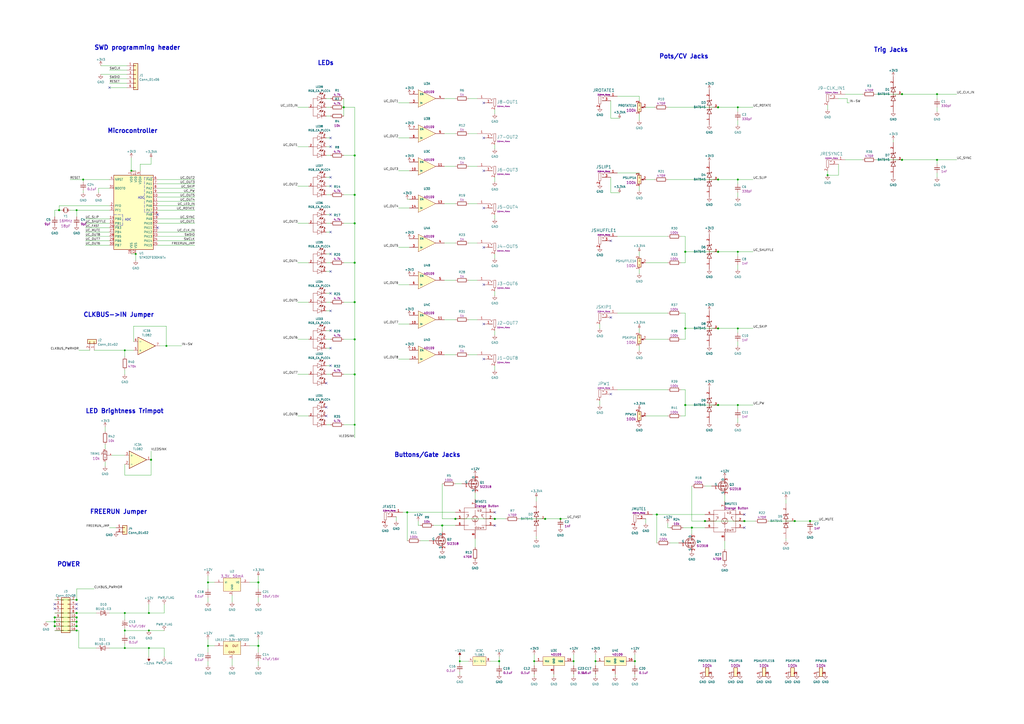
<source format=kicad_sch>
(kicad_sch (version 20211123) (generator eeschema)
  (paper "A2")
  (junction (at 120.65 374.65))
  (junction (at 76.2 99.06))
  (junction (at 96.52 200.66))
  (junction (at 461.01 302.26) (diameter 1.016))
  (junction (at 44.45 360.68) (diameter 1.016))
  (junction (at 416.56 62.23) (diameter 1.016))
  (junction (at 316.23 300.99) (diameter 1.016))
  (junction (at 469.9 302.26) (diameter 1.016))
  (junction (at 205.74 246.38))
  (junction (at 72.39 365.76))
  (junction (at 427.99 104.14))
  (junction (at 205.74 152.4) (diameter 1.016))
  (junction (at 199.39 62.23) (diameter 1.016))
  (junction (at 205.74 129.54) (diameter 1.016))
  (junction (at 543.56 54.61))
  (junction (at 368.3 383.54))
  (junction (at 205.74 113.03) (diameter 1.016))
  (junction (at 289.56 383.54) (diameter 1.016))
  (junction (at 523.24 54.61) (diameter 1.016))
  (junction (at 309.88 383.54))
  (junction (at 72.39 203.2))
  (junction (at 205.74 217.17) (diameter 1.016))
  (junction (at 34.29 121.92) (diameter 1.016))
  (junction (at 149.86 374.65) (diameter 1.016))
  (junction (at 44.45 365.76))
  (junction (at 397.51 190.5) (diameter 1.016))
  (junction (at 205.74 196.85) (diameter 1.016))
  (junction (at 427.99 62.23))
  (junction (at 266.7 383.54))
  (junction (at 416.56 146.05) (diameter 1.016))
  (junction (at 431.8 302.26) (diameter 1.016))
  (junction (at 264.16 300.99) (diameter 1.016))
  (junction (at 48.26 104.14))
  (junction (at 416.56 234.95) (diameter 1.016))
  (junction (at 287.02 300.99) (diameter 1.016))
  (junction (at 205.74 90.17) (diameter 1.016))
  (junction (at 31.75 363.22) (diameter 1.016))
  (junction (at 72.39 375.92))
  (junction (at 345.44 383.54))
  (junction (at 31.75 358.14) (diameter 1.016))
  (junction (at 543.56 92.71))
  (junction (at 480.06 101.6))
  (junction (at 427.99 234.95))
  (junction (at 149.86 337.82) (diameter 1.016))
  (junction (at 381 298.45) (diameter 1.016))
  (junction (at 408.94 302.26) (diameter 1.016))
  (junction (at 44.45 355.6) (diameter 1.016))
  (junction (at 87.63 266.7) (diameter 1.016))
  (junction (at 86.36 375.92))
  (junction (at 78.74 147.32))
  (junction (at 332.74 383.54))
  (junction (at 416.56 104.14) (diameter 1.016))
  (junction (at 44.45 121.92))
  (junction (at 427.99 190.5))
  (junction (at 427.99 146.05))
  (junction (at 44.45 363.22) (diameter 1.016))
  (junction (at 86.36 355.6))
  (junction (at 31.75 360.68) (diameter 1.016))
  (junction (at 256.54 304.8) (diameter 1.016))
  (junction (at 44.45 358.14) (diameter 1.016))
  (junction (at 397.51 234.95) (diameter 1.016))
  (junction (at 72.39 355.6))
  (junction (at 325.12 300.99) (diameter 1.016))
  (junction (at 401.32 306.07) (diameter 1.016))
  (junction (at 416.56 190.5) (diameter 1.016))
  (junction (at 397.51 146.05) (diameter 1.016))
  (junction (at 236.22 297.18) (diameter 1.016))
  (junction (at 86.36 365.76))
  (junction (at 523.24 92.71) (diameter 1.016))
  (junction (at 120.65 337.82))
  (junction (at 205.74 175.26) (diameter 1.016))
  (junction (at 44.45 347.98) (diameter 1.016))
  (no_connect (at 354.33 184.15))
  (no_connect (at 354.33 228.6))
  (no_connect (at 280.67 59.69))
  (no_connect (at 280.67 80.01))
  (no_connect (at 280.67 99.06))
  (no_connect (at 280.67 120.65))
  (no_connect (at 280.67 143.51))
  (no_connect (at 280.67 165.1))
  (no_connect (at 280.67 187.96))
  (no_connect (at 280.67 208.28))
  (no_connect (at 189.23 236.22))
  (no_connect (at 189.23 241.3))
  (no_connect (at 191.77 212.09))
  (no_connect (at 189.23 222.25))
  (no_connect (at 354.33 139.7))
  (no_connect (at 191.77 170.18))
  (no_connect (at 191.77 180.34))
  (no_connect (at 31.75 353.06))
  (no_connect (at 44.45 353.06))
  (no_connect (at 431.8 306.07))
  (no_connect (at 431.8 298.45))
  (no_connect (at 91.44 124.46))
  (no_connect (at 91.44 132.08))
  (no_connect (at 31.75 350.52))
  (no_connect (at 44.45 350.52))
  (no_connect (at 191.77 80.01))
  (no_connect (at 191.77 85.09))
  (no_connect (at 191.77 102.87))
  (no_connect (at 191.77 107.95))
  (no_connect (at 191.77 124.46))
  (no_connect (at 191.77 134.62))
  (no_connect (at 191.77 147.32))
  (no_connect (at 191.77 157.48))
  (no_connect (at 191.77 191.77))
  (no_connect (at 191.77 201.93))
  (no_connect (at 287.02 297.18))
  (no_connect (at 287.02 304.8))
  (no_connect (at 63.5 50.8))
  (wire (pts (xy 199.39 217.17) (xy 205.74 217.17)))
  (wire (pts (xy 205.74 175.26) (xy 205.74 196.85)))
  (wire (pts (xy 86.36 375.92) (xy 86.36 381)))
  (wire (pts (xy 397.51 234.95) (xy 416.56 234.95)))
  (wire (pts (xy 543.56 92.71) (xy 543.56 95.25)))
  (wire (pts (xy 87.63 261.62) (xy 87.63 266.7)))
  (wire (pts (xy 354.33 102.87) (xy 354.33 111.76)))
  (wire (pts (xy 120.65 334.01) (xy 120.65 337.82)))
  (wire (pts (xy 266.7 389.89) (xy 266.7 391.16)))
  (wire (pts (xy 113.03 114.3) (xy 91.44 114.3)))
  (wire (pts (xy 311.15 311.15) (xy 311.15 312.42)))
  (wire (pts (xy 144.78 337.82) (xy 149.86 337.82)))
  (wire (pts (xy 370.84 200.66) (xy 370.84 203.2)))
  (wire (pts (xy 271.78 57.15) (xy 276.86 57.15)))
  (wire (pts (xy 49.53 137.16) (xy 63.5 137.16)))
  (wire (pts (xy 191.77 152.4) (xy 189.23 152.4)))
  (wire (pts (xy 191.77 212.09) (xy 189.23 212.09)))
  (wire (pts (xy 271.78 140.97) (xy 276.86 140.97)))
  (wire (pts (xy 416.56 234.95) (xy 427.99 234.95)))
  (wire (pts (xy 427.99 234.95) (xy 436.88 234.95)))
  (wire (pts (xy 78.74 147.32) (xy 78.74 151.13)))
  (wire (pts (xy 358.14 137.16) (xy 387.35 137.16)))
  (wire (pts (xy 284.48 383.54) (xy 289.56 383.54)))
  (wire (pts (xy 289.56 383.54) (xy 289.56 381)))
  (wire (pts (xy 427.99 111.76) (xy 427.99 114.3)))
  (wire (pts (xy 332.74 391.16) (xy 332.74 392.43)))
  (wire (pts (xy 368.3 383.54) (xy 368.3 386.08)))
  (wire (pts (xy 199.39 62.23) (xy 205.74 62.23)))
  (wire (pts (xy 96.52 189.23) (xy 96.52 200.66)))
  (wire (pts (xy 91.44 134.62) (xy 113.03 134.62)))
  (wire (pts (xy 381 298.45) (xy 378.46 298.45)))
  (wire (pts (xy 72.39 203.2) (xy 72.39 207.01)))
  (wire (pts (xy 191.77 180.34) (xy 189.23 180.34)))
  (wire (pts (xy 287.02 124.46) (xy 287.02 127)))
  (wire (pts (xy 231.14 165.1) (xy 237.49 165.1)))
  (wire (pts (xy 455.93 289.56) (xy 455.93 292.1)))
  (wire (pts (xy 271.78 77.47) (xy 276.86 77.47)))
  (wire (pts (xy 191.77 157.48) (xy 189.23 157.48)))
  (wire (pts (xy 257.81 96.52) (xy 264.16 96.52)))
  (wire (pts (xy 95.25 375.92) (xy 95.25 381)))
  (wire (pts (xy 358.14 55.88) (xy 370.84 55.88)))
  (wire (pts (xy 191.77 90.17) (xy 189.23 90.17)))
  (wire (pts (xy 370.84 107.95) (xy 370.84 110.49)))
  (wire (pts (xy 95.25 355.6) (xy 86.36 355.6)))
  (wire (pts (xy 257.81 205.74) (xy 264.16 205.74)))
  (wire (pts (xy 427.99 69.85) (xy 427.99 72.39)))
  (wire (pts (xy 113.03 119.38) (xy 91.44 119.38)))
  (wire (pts (xy 191.77 196.85) (xy 189.23 196.85)))
  (wire (pts (xy 271.78 205.74) (xy 276.86 205.74)))
  (wire (pts (xy 287.02 212.09) (xy 287.02 214.63)))
  (wire (pts (xy 287.02 147.32) (xy 287.02 149.86)))
  (wire (pts (xy 91.44 137.16) (xy 113.03 137.16)))
  (wire (pts (xy 387.35 62.23) (xy 416.56 62.23)))
  (wire (pts (xy 416.56 62.23) (xy 427.99 62.23)))
  (wire (pts (xy 427.99 62.23) (xy 436.88 62.23)))
  (wire (pts (xy 191.77 107.95) (xy 189.23 107.95)))
  (wire (pts (xy 408.94 302.26) (xy 401.32 302.26)))
  (wire (pts (xy 149.86 374.65) (xy 149.86 378.46)))
  (wire (pts (xy 72.39 214.63) (xy 72.39 217.17)))
  (wire (pts (xy 149.86 337.82) (xy 149.86 341.63)))
  (wire (pts (xy 325.12 300.99) (xy 316.23 300.99)))
  (wire (pts (xy 236.22 297.18) (xy 233.68 297.18)))
  (wire (pts (xy 264.16 297.18) (xy 236.22 297.18)))
  (wire (pts (xy 113.03 127) (xy 91.44 127)))
  (wire (pts (xy 237.49 115.57) (xy 236.22 115.57)))
  (wire (pts (xy 91.44 139.7) (xy 113.03 139.7)))
  (wire (pts (xy 191.77 80.01) (xy 189.23 80.01)))
  (wire (pts (xy 256.54 300.99) (xy 256.54 280.67)))
  (wire (pts (xy 264.16 300.99) (xy 256.54 300.99)))
  (wire (pts (xy 44.45 358.14) (xy 44.45 360.68)))
  (wire (pts (xy 191.77 201.93) (xy 189.23 201.93)))
  (wire (pts (xy 120.65 337.82) (xy 120.65 341.63)))
  (wire (pts (xy 231.14 80.01) (xy 237.49 80.01)))
  (wire (pts (xy 95.25 350.52) (xy 95.25 355.6)))
  (wire (pts (xy 34.29 119.38) (xy 34.29 121.92)))
  (wire (pts (xy 31.75 355.6) (xy 44.45 355.6)))
  (wire (pts (xy 49.53 142.24) (xy 63.5 142.24)))
  (wire (pts (xy 345.44 379.73) (xy 345.44 383.54)))
  (wire (pts (xy 397.51 181.61) (xy 394.97 181.61)))
  (wire (pts (xy 480.06 99.06) (xy 480.06 101.6)))
  (wire (pts (xy 191.77 175.26) (xy 189.23 175.26)))
  (wire (pts (xy 264.16 300.99) (xy 287.02 300.99)))
  (wire (pts (xy 257.81 185.42) (xy 264.16 185.42)))
  (wire (pts (xy 248.92 313.69) (xy 243.84 313.69)))
  (wire (pts (xy 44.45 360.68) (xy 44.45 363.22)))
  (wire (pts (xy 191.77 85.09) (xy 189.23 85.09)))
  (wire (pts (xy 408.94 302.26) (xy 431.8 302.26)))
  (wire (pts (xy 358.14 100.33) (xy 370.84 100.33)))
  (wire (pts (xy 49.53 129.54) (xy 63.5 129.54)))
  (wire (pts (xy 309.88 383.54) (xy 309.88 386.08)))
  (wire (pts (xy 370.84 190.5) (xy 370.84 193.04)))
  (wire (pts (xy 490.22 54.61) (xy 500.38 54.61)))
  (wire (pts (xy 490.22 92.71) (xy 500.38 92.71)))
  (wire (pts (xy 543.56 100.33) (xy 543.56 102.87)))
  (wire (pts (xy 397.51 146.05) (xy 416.56 146.05)))
  (wire (pts (xy 172.72 152.4) (xy 179.07 152.4)))
  (polyline (pts (xy 88.9 102.87) (xy 83.82 102.87)))
  (polyline (pts (xy 88.9 123.19) (xy 83.82 123.19)))
  (polyline (pts (xy 83.82 102.87) (xy 83.82 123.19)))
  (wire (pts (xy 332.74 379.73) (xy 332.74 383.54)))
  (wire (pts (xy 311.15 288.29) (xy 311.15 290.83)))
  (wire (pts (xy 120.65 383.54) (xy 120.65 386.08)))
  (wire (pts (xy 347.98 232.41) (xy 347.98 234.95)))
  (wire (pts (xy 81.28 95.25) (xy 81.28 99.06)))
  (wire (pts (xy 486.41 57.15) (xy 491.49 57.15)))
  (wire (pts (xy 491.49 57.15) (xy 491.49 59.69)))
  (wire (pts (xy 491.49 59.69) (xy 492.76 59.69)))
  (wire (pts (xy 149.86 370.84) (xy 149.86 374.65)))
  (wire (pts (xy 427.99 190.5) (xy 427.99 193.04)))
  (wire (pts (xy 199.39 113.03) (xy 205.74 113.03)))
  (wire (pts (xy 205.74 113.03) (xy 205.74 90.17)))
  (wire (pts (xy 257.81 162.56) (xy 264.16 162.56)))
  (wire (pts (xy 393.7 314.96) (xy 388.62 314.96)))
  (wire (pts (xy 420.37 287.02) (xy 420.37 290.83)))
  (wire (pts (xy 275.59 285.75) (xy 275.59 289.56)))
  (wire (pts (xy 332.74 383.54) (xy 332.74 386.08)))
  (wire (pts (xy 72.39 355.6) (xy 72.39 359.41)))
  (wire (pts (xy 76.2 99.06) (xy 78.74 99.06)))
  (wire (pts (xy 508 92.71) (xy 523.24 92.71)))
  (wire (pts (xy 87.63 91.44) (xy 87.63 95.25)))
  (wire (pts (xy 394.97 196.85) (xy 397.51 196.85)))
  (wire (pts (xy 401.32 306.07) (xy 401.32 309.88)))
  (wire (pts (xy 58.42 38.1) (xy 73.66 38.1)))
  (wire (pts (xy 31.75 363.22) (xy 44.45 363.22)))
  (wire (pts (xy 257.81 57.15) (xy 264.16 57.15)))
  (wire (pts (xy 58.42 43.18) (xy 73.66 43.18)))
  (wire (pts (xy 120.65 346.71) (xy 120.65 349.25)))
  (wire (pts (xy 31.75 358.14) (xy 44.45 358.14)))
  (wire (pts (xy 57.15 109.22) (xy 57.15 111.76)))
  (wire (pts (xy 63.5 109.22) (xy 57.15 109.22)))
  (wire (pts (xy 63.5 48.26) (xy 73.66 48.26)))
  (wire (pts (xy 236.22 297.18) (xy 236.22 313.69)))
  (wire (pts (xy 401.32 302.26) (xy 401.32 281.94)))
  (wire (pts (xy 49.53 139.7) (xy 63.5 139.7)))
  (wire (pts (xy 81.28 95.25) (xy 87.63 95.25)))
  (wire (pts (xy 387.35 303.53) (xy 387.35 306.07)))
  (wire (pts (xy 427.99 146.05) (xy 427.99 148.59)))
  (wire (pts (xy 49.53 127) (xy 63.5 127)))
  (wire (pts (xy 113.03 104.14) (xy 91.44 104.14)))
  (wire (pts (xy 199.39 175.26) (xy 205.74 175.26)))
  (wire (pts (xy 205.74 175.26) (xy 205.74 152.4)))
  (wire (pts (xy 64.77 264.16) (xy 72.39 264.16)))
  (wire (pts (xy 408.94 298.45) (xy 381 298.45)))
  (wire (pts (xy 289.56 383.54) (xy 289.56 386.08)))
  (wire (pts (xy 72.39 269.24) (xy 72.39 275.59)))
  (wire (pts (xy 72.39 275.59) (xy 87.63 275.59)))
  (wire (pts (xy 87.63 275.59) (xy 87.63 266.7)))
  (wire (pts (xy 63.5 355.6) (xy 72.39 355.6)))
  (wire (pts (xy 72.39 355.6) (xy 86.36 355.6)))
  (wire (pts (xy 345.44 383.54) (xy 345.44 386.08)))
  (wire (pts (xy 191.77 246.38) (xy 189.23 246.38)))
  (wire (pts (xy 113.03 109.22) (xy 91.44 109.22)))
  (wire (pts (xy 54.61 203.2) (xy 72.39 203.2)))
  (wire (pts (xy 77.47 203.2) (xy 72.39 203.2)))
  (wire (pts (xy 374.65 104.14) (xy 379.73 104.14)))
  (wire (pts (xy 191.77 191.77) (xy 189.23 191.77)))
  (wire (pts (xy 328.93 300.99) (xy 325.12 300.99)))
  (wire (pts (xy 199.39 246.38) (xy 205.74 246.38)))
  (wire (pts (xy 205.74 196.85) (xy 205.74 217.17)))
  (wire (pts (xy 205.74 217.17) (xy 205.74 246.38)))
  (wire (pts (xy 271.78 185.42) (xy 276.86 185.42)))
  (wire (pts (xy 44.45 121.92) (xy 40.64 121.92)))
  (wire (pts (xy 172.72 85.09) (xy 179.07 85.09)))
  (wire (pts (xy 63.5 50.8) (xy 73.66 50.8)))
  (wire (pts (xy 72.39 373.38) (xy 72.39 375.92)))
  (wire (pts (xy 44.45 121.92) (xy 44.45 125.73)))
  (wire (pts (xy 397.51 196.85) (xy 397.51 190.5)))
  (wire (pts (xy 77.47 189.23) (xy 77.47 198.12)))
  (wire (pts (xy 92.71 200.66) (xy 96.52 200.66)))
  (wire (pts (xy 96.52 189.23) (xy 77.47 189.23)))
  (wire (pts (xy 287.02 63.5) (xy 287.02 66.04)))
  (wire (pts (xy 287.02 83.82) (xy 287.02 86.36)))
  (wire (pts (xy 266.7 381) (xy 266.7 383.54)))
  (wire (pts (xy 374.65 300.99) (xy 374.65 303.53)))
  (wire (pts (xy 266.7 383.54) (xy 271.78 383.54)))
  (wire (pts (xy 231.14 208.28) (xy 237.49 208.28)))
  (wire (pts (xy 60.96 267.97) (xy 60.96 270.51)))
  (wire (pts (xy 387.35 104.14) (xy 416.56 104.14)))
  (wire (pts (xy 416.56 104.14) (xy 427.99 104.14)))
  (wire (pts (xy 427.99 104.14) (xy 436.88 104.14)))
  (wire (pts (xy 368.3 379.73) (xy 368.3 383.54)))
  (wire (pts (xy 113.03 106.68) (xy 91.44 106.68)))
  (wire (pts (xy 271.78 96.52) (xy 276.86 96.52)))
  (wire (pts (xy 474.98 302.26) (xy 469.9 302.26)))
  (wire (pts (xy 275.59 312.42) (xy 275.59 317.5)))
  (wire (pts (xy 191.77 134.62) (xy 189.23 134.62)))
  (wire (pts (xy 416.56 190.5) (xy 427.99 190.5)))
  (wire (pts (xy 427.99 190.5) (xy 436.88 190.5)))
  (wire (pts (xy 31.75 358.14) (xy 31.75 360.68)))
  (polyline (pts (xy 71.12 124.46) (xy 71.12 130.81)))
  (polyline (pts (xy 71.12 130.81) (xy 66.04 130.81)))
  (polyline (pts (xy 66.04 124.46) (xy 71.12 124.46)))
  (wire (pts (xy 199.39 90.17) (xy 205.74 90.17)))
  (wire (pts (xy 205.74 90.17) (xy 205.74 62.23)))
  (wire (pts (xy 172.72 62.23) (xy 179.07 62.23)))
  (wire (pts (xy 309.88 379.73) (xy 309.88 383.54)))
  (wire (pts (xy 191.77 124.46) (xy 189.23 124.46)))
  (wire (pts (xy 44.45 365.76) (xy 45.72 365.76)))
  (wire (pts (xy 45.72 365.76) (xy 45.72 375.92)))
  (wire (pts (xy 45.72 375.92) (xy 55.88 375.92)))
  (wire (pts (xy 271.78 162.56) (xy 276.86 162.56)))
  (wire (pts (xy 394.97 152.4) (xy 397.51 152.4)))
  (wire (pts (xy 397.51 137.16) (xy 394.97 137.16)))
  (wire (pts (xy 397.51 146.05) (xy 397.51 137.16)))
  (wire (pts (xy 397.51 152.4) (xy 397.51 146.05)))
  (wire (pts (xy 172.72 175.26) (xy 179.07 175.26)))
  (wire (pts (xy 543.56 62.23) (xy 543.56 64.77)))
  (wire (pts (xy 438.15 302.26) (xy 431.8 302.26)))
  (wire (pts (xy 387.35 306.07) (xy 388.62 306.07)))
  (wire (pts (xy 113.03 116.84) (xy 91.44 116.84)))
  (wire (pts (xy 370.84 55.88) (xy 370.84 58.42)))
  (wire (pts (xy 113.03 111.76) (xy 91.44 111.76)))
  (wire (pts (xy 427.99 242.57) (xy 427.99 245.11)))
  (wire (pts (xy 347.98 187.96) (xy 347.98 190.5)))
  (wire (pts (xy 309.88 391.16) (xy 309.88 392.43)))
  (wire (pts (xy 172.72 196.85) (xy 179.07 196.85)))
  (wire (pts (xy 34.29 119.38) (xy 63.5 119.38)))
  (wire (pts (xy 420.37 313.69) (xy 420.37 318.77)))
  (wire (pts (xy 191.77 147.32) (xy 189.23 147.32)))
  (wire (pts (xy 427.99 234.95) (xy 427.99 237.49)))
  (wire (pts (xy 356.87 391.16) (xy 356.87 392.43)))
  (wire (pts (xy 257.81 77.47) (xy 264.16 77.47)))
  (wire (pts (xy 257.81 118.11) (xy 264.16 118.11)))
  (wire (pts (xy 96.52 200.66) (xy 105.41 200.66)))
  (wire (pts (xy 49.53 132.08) (xy 63.5 132.08)))
  (wire (pts (xy 31.75 121.92) (xy 31.75 125.73)))
  (wire (pts (xy 34.29 121.92) (xy 31.75 121.92)))
  (wire (pts (xy 35.56 121.92) (xy 34.29 121.92)))
  (wire (pts (xy 231.14 99.06) (xy 237.49 99.06)))
  (wire (pts (xy 401.32 306.07) (xy 396.24 306.07)))
  (wire (pts (xy 31.75 365.76) (xy 44.45 365.76)))
  (wire (pts (xy 44.45 355.6) (xy 55.88 355.6)))
  (wire (pts (xy 172.72 107.95) (xy 179.07 107.95)))
  (wire (pts (xy 368.3 391.16) (xy 368.3 392.43)))
  (wire (pts (xy 231.14 59.69) (xy 237.49 59.69)))
  (wire (pts (xy 199.39 62.23) (xy 199.39 67.31)))
  (wire (pts (xy 345.44 391.16) (xy 345.44 392.43)))
  (wire (pts (xy 86.36 375.92) (xy 95.25 375.92)))
  (wire (pts (xy 72.39 365.76) (xy 86.36 365.76)))
  (wire (pts (xy 427.99 62.23) (xy 427.99 64.77)))
  (wire (pts (xy 358.14 181.61) (xy 387.35 181.61)))
  (wire (pts (xy 191.77 113.03) (xy 189.23 113.03)))
  (wire (pts (xy 86.36 350.52) (xy 86.36 355.6)))
  (wire (pts (xy 113.03 121.92) (xy 91.44 121.92)))
  (wire (pts (xy 60.96 257.81) (xy 60.96 260.35)))
  (wire (pts (xy 86.36 365.76) (xy 95.25 365.76)))
  (wire (pts (xy 63.5 40.64) (xy 73.66 40.64)))
  (wire (pts (xy 358.14 226.06) (xy 387.35 226.06)))
  (wire (pts (xy 486.41 101.6) (xy 480.06 101.6)))
  (wire (pts (xy 60.96 247.65) (xy 60.96 250.19)))
  (wire (pts (xy 113.03 129.54) (xy 91.44 129.54)))
  (wire (pts (xy 374.65 241.3) (xy 387.35 241.3)))
  (wire (pts (xy 172.72 129.54) (xy 179.07 129.54)))
  (wire (pts (xy 397.51 241.3) (xy 397.51 234.95)))
  (wire (pts (xy 76.2 91.44) (xy 76.2 99.06)))
  (wire (pts (xy 144.78 374.65) (xy 149.86 374.65)))
  (wire (pts (xy 134.62 345.44) (xy 134.62 349.25)))
  (wire (pts (xy 480.06 60.96) (xy 480.06 63.5)))
  (wire (pts (xy 199.39 129.54) (xy 205.74 129.54)))
  (wire (pts (xy 205.74 129.54) (xy 205.74 113.03)))
  (wire (pts (xy 31.75 360.68) (xy 31.75 363.22)))
  (wire (pts (xy 120.65 374.65) (xy 120.65 378.46)))
  (wire (pts (xy 191.77 217.17) (xy 189.23 217.17)))
  (wire (pts (xy 120.65 337.82) (xy 124.46 337.82)))
  (wire (pts (xy 172.72 241.3) (xy 179.07 241.3)))
  (wire (pts (xy 427.99 153.67) (xy 427.99 156.21)))
  (wire (pts (xy 370.84 156.21) (xy 370.84 158.75)))
  (wire (pts (xy 256.54 304.8) (xy 251.46 304.8)))
  (wire (pts (xy 44.45 341.63) (xy 44.45 347.98)))
  (wire (pts (xy 191.77 102.87) (xy 189.23 102.87)))
  (wire (pts (xy 199.39 57.15) (xy 199.39 62.23)))
  (wire (pts (xy 397.51 234.95) (xy 397.51 226.06)))
  (wire (pts (xy 63.5 45.72) (xy 73.66 45.72)))
  (wire (pts (xy 370.84 146.05) (xy 370.84 148.59)))
  (wire (pts (xy 231.14 143.51) (xy 237.49 143.51)))
  (wire (pts (xy 191.77 62.23) (xy 189.23 62.23)))
  (wire (pts (xy 374.65 152.4) (xy 387.35 152.4)))
  (wire (pts (xy 191.77 57.15) (xy 189.23 57.15)))
  (wire (pts (xy 48.26 110.49) (xy 48.26 111.76)))
  (wire (pts (xy 412.75 281.94) (xy 408.94 281.94)))
  (wire (pts (xy 374.65 196.85) (xy 387.35 196.85)))
  (wire (pts (xy 381 298.45) (xy 381 314.96)))
  (wire (pts (xy 199.39 196.85) (xy 205.74 196.85)))
  (wire (pts (xy 321.31 391.16) (xy 321.31 392.43)))
  (wire (pts (xy 461.01 302.26) (xy 445.77 302.26)))
  (wire (pts (xy 267.97 280.67) (xy 264.16 280.67)))
  (wire (pts (xy 257.81 140.97) (xy 264.16 140.97)))
  (wire (pts (xy 427.99 198.12) (xy 427.99 200.66)))
  (wire (pts (xy 76.2 147.32) (xy 78.74 147.32)))
  (wire (pts (xy 72.39 364.49) (xy 72.39 365.76)))
  (wire (pts (xy 72.39 365.76) (xy 72.39 368.3)))
  (wire (pts (xy 149.86 383.54) (xy 149.86 386.08)))
  (wire (pts (xy 543.56 54.61) (xy 543.56 57.15)))
  (wire (pts (xy 191.77 170.18) (xy 189.23 170.18)))
  (wire (pts (xy 48.26 104.14) (xy 48.26 105.41)))
  (wire (pts (xy 397.51 190.5) (xy 416.56 190.5)))
  (wire (pts (xy 354.33 111.76) (xy 359.41 111.76)))
  (wire (pts (xy 256.54 304.8) (xy 256.54 308.61)))
  (wire (pts (xy 264.16 304.8) (xy 256.54 304.8)))
  (wire (pts (xy 205.74 246.38) (xy 205.74 254)))
  (wire (pts (xy 518.16 81.28) (xy 518.16 82.55)))
  (wire (pts (xy 191.77 129.54) (xy 189.23 129.54)))
  (wire (pts (xy 31.75 347.98) (xy 44.45 347.98)))
  (wire (pts (xy 44.45 341.63) (xy 54.61 341.63)))
  (wire (pts (xy 31.75 360.68) (xy 44.45 360.68)))
  (wire (pts (xy 408.94 306.07) (xy 401.32 306.07)))
  (wire (pts (xy 354.33 58.42) (xy 354.33 68.58)))
  (wire (pts (xy 354.33 68.58) (xy 359.41 68.58)))
  (wire (pts (xy 242.57 302.26) (xy 242.57 304.8)))
  (wire (pts (xy 242.57 304.8) (xy 243.84 304.8)))
  (wire (pts (xy 266.7 383.54) (xy 266.7 384.81)))
  (wire (pts (xy 287.02 102.87) (xy 287.02 105.41)))
  (wire (pts (xy 394.97 241.3) (xy 397.51 241.3)))
  (wire (pts (xy 271.78 118.11) (xy 276.86 118.11)))
  (wire (pts (xy 523.24 54.61) (xy 543.56 54.61)))
  (wire (pts (xy 543.56 54.61) (xy 554.99 54.61)))
  (wire (pts (xy 26.67 360.68) (xy 31.75 360.68)))
  (wire (pts (xy 231.14 187.96) (xy 237.49 187.96)))
  (wire (pts (xy 287.02 168.91) (xy 287.02 171.45)))
  (wire (pts (xy 63.5 306.07) (xy 67.31 306.07)))
  (wire (pts (xy 523.24 92.71) (xy 543.56 92.71)))
  (wire (pts (xy 543.56 92.71) (xy 554.99 92.71)))
  (wire (pts (xy 191.77 67.31) (xy 189.23 67.31)))
  (wire (pts (xy 149.86 334.01) (xy 149.86 337.82)))
  (wire (pts (xy 63.5 375.92) (xy 72.39 375.92)))
  (wire (pts (xy 72.39 375.92) (xy 86.36 375.92)))
  (wire (pts (xy 469.9 302.26) (xy 461.01 302.26)))
  (wire (pts (xy 113.03 142.24) (xy 91.44 142.24)))
  (wire (pts (xy 149.86 346.71) (xy 149.86 349.25)))
  (wire (pts (xy 45.72 203.2) (xy 52.07 203.2)))
  (wire (pts (xy 370.84 66.04) (xy 370.84 69.85)))
  (wire (pts (xy 229.87 299.72) (xy 229.87 302.26)))
  (wire (pts (xy 287.02 191.77) (xy 287.02 194.31)))
  (wire (pts (xy 427.99 104.14) (xy 427.99 106.68)))
  (wire (pts (xy 120.65 370.84) (xy 120.65 374.65)))
  (wire (pts (xy 120.65 374.65) (xy 124.46 374.65)))
  (wire (pts (xy 374.65 62.23) (xy 379.73 62.23)))
  (wire (pts (xy 455.93 312.42) (xy 455.93 313.69)))
  (wire (pts (xy 199.39 152.4) (xy 205.74 152.4)))
  (wire (pts (xy 205.74 152.4) (xy 205.74 129.54)))
  (wire (pts (xy 293.37 300.99) (xy 287.02 300.99)))
  (wire (pts (xy 44.45 121.92) (xy 63.5 121.92)))
  (wire (pts (xy 486.41 95.25) (xy 486.41 101.6)))
  (wire (pts (xy 416.56 146.05) (xy 427.99 146.05)))
  (wire (pts (xy 427.99 146.05) (xy 436.88 146.05)))
  (wire (pts (xy 397.51 226.06) (xy 394.97 226.06)))
  (wire (pts (xy 49.53 134.62) (xy 63.5 134.62)))
  (wire (pts (xy 134.62 382.27) (xy 134.62 386.08)))
  (wire (pts (xy 231.14 120.65) (xy 237.49 120.65)))
  (wire (pts (xy 172.72 217.17) (xy 179.07 217.17)))
  (wire (pts (xy 40.64 104.14) (xy 48.26 104.14)))
  (wire (pts (xy 48.26 104.14) (xy 63.5 104.14)))
  (wire (pts (xy 316.23 300.99) (xy 300.99 300.99)))
  (wire (pts (xy 397.51 190.5) (xy 397.51 181.61)))
  (wire (pts (xy 508 54.61) (xy 523.24 54.61)))
  (text "CLKBUS->IN Jumper" (at 48.26 184.15 0) (effects (font (size 2.54 2.54) (thickness 0.508) bold) (justify left bottom)))
  (text "LEDs" (at 184.15 38.1 0) (effects (font (size 2.54 2.54) (thickness 0.508) bold) (justify left bottom)))
  (text "ADC" (at 80.01 115.57 0) (effects (font (size 1.27 1.27)) (justify left bottom)))
  (text "SWD programming header" (at 54.61 29.21 0) (effects (font (size 2.54 2.54) (thickness 0.508) bold) (justify left bottom)))
  (text "LED Brightness Trimpot" (at 49.53 240.03 0) (effects (font (size 2.54 2.54) (thickness 0.508) bold) (justify left bottom)))
  (text "ADC" (at 76.2 128.27 180) (effects (font (size 1.27 1.27)) (justify right bottom)))
  (text "FREERUN Jumper" (at 52.07 298.45 0) (effects (font (size 2.54 2.54) (thickness 0.508) bold) (justify left bottom)))
  (text "Pots/CV Jacks" (at 382.27 34.29 0) (effects (font (size 2.54 2.54) (thickness 0.508) bold) (justify left bottom)))
  (text "Buttons/Gate Jacks" (at 228.6 265.43 0) (effects (font (size 2.54 2.54) (thickness 0.508) bold) (justify left bottom)))
  (text "Microcontroller" (at 62.23 77.47 0) (effects (font (size 2.54 2.54) (thickness 0.508) bold) (justify left bottom)))
  (text "Trig Jacks" (at 506.73 30.48 0) (effects (font (size 2.54 2.54) (thickness 0.508) bold) (justify left bottom)))
  (text "POWER" (at 33.02 328.93 0) (effects (font (size 2.54 2.54) (thickness 0.508) bold) (justify left bottom)))
  (label "UC_ROTATE" (at 113.03 121.92 180))
  (label "UC_SHUFFLE" (at 49.53 129.54 0))
  (label "UC_OUT4" (at 113.03 116.84 180))
  (label "UC_SLIP" (at 49.53 127 0))
  (label "UC_SKIP" (at 113.03 109.22 180))
  (label "CLKBUS_PWRHDR" (at 54.61 341.63 0))
  (label "UC_OUT1" (at 231.14 59.69 180))
  (label "SWDIO" (at 63.5 45.72 0))
  (label "UC_OUT3" (at 113.03 106.68 180))
  (label "UC_OUT6" (at 49.53 142.24 0))
  (label "UC_OUT8" (at 172.72 241.3 180))
  (label "UC_OUT4" (at 231.14 120.65 180))
  (label "UC_CLK_IN" (at 113.03 134.62 180))
  (label "IN-SW" (at 492.76 59.69 0))
  (label "FREERUN_JMP" (at 113.03 142.24 180))
  (label "UC_FAST" (at 328.93 300.99 0))
  (label "UC_SKIP" (at 436.88 190.5 0))
  (label "UC_SYNC" (at 554.99 92.71 0))
  (label "UC_OUT5" (at 113.03 114.3 180))
  (label "UC_OUT2" (at 172.72 107.95 180))
  (label "RESET" (at 63.5 48.26 0))
  (label "RESET" (at 40.64 104.14 0))
  (label "UC_PW" (at 113.03 111.76 180))
  (label "UC_OUT1" (at 172.72 85.09 180))
  (label "UC_CLK_IN" (at 554.99 54.61 0))
  (label "UC_OUT8" (at 49.53 137.16 0))
  (label "UC_MUTE" (at 49.53 134.62 0))
  (label "VLEDSINK" (at 205.74 254 180))
  (label "UC_FAST" (at 49.53 132.08 0))
  (label "UC_OUT6" (at 231.14 165.1 180))
  (label "UC_OUT5" (at 172.72 175.26 180))
  (label "FREERUN_JMP" (at 63.5 306.07 180))
  (label "UC_OUT6" (at 172.72 196.85 180))
  (label "UC_OUT3" (at 231.14 99.06 180))
  (label "UC_OUT7" (at 172.72 217.17 180))
  (label "UC_SLIP" (at 436.88 104.14 0))
  (label "UC_SYNC" (at 113.03 127 180))
  (label "IN-SW" (at 105.41 200.66 0))
  (label "UC_OUT2" (at 113.03 104.14 180))
  (label "SWCLK" (at 113.03 139.7 180))
  (label "UC_SHUFFLE" (at 436.88 146.05 0))
  (label "UC_OUT7" (at 231.14 187.96 180))
  (label "UC_OUT4" (at 172.72 152.4 180))
  (label "UC_OUT8" (at 231.14 208.28 180))
  (label "UC_OUT2" (at 231.14 80.01 180))
  (label "UC_ROTATE" (at 436.88 62.23 0))
  (label "UC_MUTE" (at 474.98 302.26 0))
  (label "UC_OUT3" (at 172.72 129.54 180))
  (label "CLKBUS_PWRHDR" (at 45.72 203.2 180))
  (label "UC_OUT5" (at 231.14 143.51 180))
  (label "UC_PW" (at 436.88 234.95 0))
  (label "SWDIO" (at 113.03 137.16 180))
  (label "VLEDSINK" (at 87.63 261.62 0))
  (label "SWCLK" (at 63.5 40.64 0))
  (label "UC_OUT1" (at 113.03 129.54 180))
  (label "UC_LED_IN" (at 113.03 119.38 180))
  (label "UC_LED_IN" (at 172.72 62.23 180))
  (label "UC_OUT7" (at 49.53 139.7 0))
  (symbol (lib_id "4ms_Diode:BAT54S") (at 411.48 234.95 90) (unit 1)
    (property "Reference" "D9" (at 409.448 232.2738 90) (effects (justify left)))
    (property "Value" "BAT54S" (at 409.448 234.8107 90) (effects (justify left)))
    (property "Footprint" "4ms_Package_SOT:SOT23-3_PO132" (effects hide))
    (property "Specifications" "Dual schottky diode BAT54S" (effects hide))
    (property "Manufacturer" "Diodes Incorporated" (effects hide))
    (property "Part Number" "BAT54S-7-F" (effects hide))
    (property "JLCPCB ID" "C83574" (effects hide))
    (property "Alt JLCPCB ID" "C122856" (effects hide))
  )
  (symbol (lib_id "4ms_Power_Symbol:+3.3V") (at 411.48 224.79 0) (unit 1)
    (property "Reference" "#PWR021" (effects hide))
    (property "Value" "+3.3V" (at 411.48 221.2142 0))
  )
  (symbol (lib_id "4ms_Power_Symbol:+3.3V") (at 76.2 91.44 0) (unit 1)
    (property "Reference" "#PWR0136" (effects hide))
    (property "Value" "+3.3V" (at 76.2 87.8642 0))
  )
  (symbol (lib_id "4ms_Jack:3.5mm_Mono_Switched_SymSmall_0.05") (at 284.48 99.06 0) (mirror y) (unit 1)
    (property "Reference" "J6-OUT3" (at 288.29 98.4819 0) (effects (font (size 1.778 1.778)) (justify right)))
    (property "Value" "3.5mm_Mono_Switched_SymSmall_0.05" (effects hide))
    (property "Footprint" "4ms_Jack:EighthInch_PJ398SM" (effects hide))
    (property "Specifications" "Audio 3.5mm Jack, mono, switched, PC-pin Vertical" (effects hide))
    (property "Manufacturer" "Wenzhou QingPu Electronics Co" (effects hide))
    (property "Part Number" "WQP-WQP518MA" (effects hide))
    (property "Display" "3.5mm_Mono" (at 288.29 101.0616 0) (effects (font (size 0.762 0.762) bold italic) (justify right)))
  )
  (symbol (lib_id "4ms_Power_Symbol:GND") (at 356.87 392.43 0) (unit 1)
    (property "Reference" "#PWR031" (effects hide))
    (property "Value" "GND" (at 356.87 396.8734 0))
  )
  (symbol (lib_id "4ms_Capacitor:330pF_0603_35V") (at 427.99 67.31 0) (unit 1)
    (property "Reference" "C3" (at 430.3141 66.4816 0) (effects (justify left)))
    (property "Value" "330pF_0603_35V" (effects hide))
    (property "Footprint" "4ms_Capacitor:C_0603" (effects hide))
    (property "Specifications" "330pF, Min 35V, C0G/NP0, 5%" (effects hide))
    (property "Manufacturer" "Kemet" (effects hide))
    (property "Part Number" "C0603C331J5GACTU" (effects hide))
    (property "Display" "330pF" (at 430.3141 69.0185 0) (effects (justify left)))
    (property "JLCPCB ID" "C1664" (effects hide))
  )
  (symbol (lib_id "4ms_Capacitor:0.1uF_0603_16V") (at 266.7 387.35 0) (mirror y) (unit 1)
    (property "Reference" "C16" (at 264.3759 386.5216 0) (effects (justify left)))
    (property "Value" "0.1uF_0603_16V" (effects hide))
    (property "Footprint" "4ms_Capacitor:C_0603" (effects hide))
    (property "Specifications" "0.1uF, Min. 16V 10%, X7R or X5R or similar" (effects hide))
    (property "Display" "0.1uF" (at 264.3759 389.0585 0) (effects (justify left)))
  )
  (symbol (lib_id "4ms_Power_Symbol:GND") (at 411.48 114.3 0) (unit 1)
    (property "Reference" "#PWR0166" (effects hide))
    (property "Value" "GND" (at 411.48 118.7434 0))
  )
  (symbol (lib_id "4ms_Power_Symbol:GND") (at 543.56 102.87 0) (unit 1)
    (property "Reference" "#PWR0105" (effects hide))
    (property "Value" "GND" (at 543.56 107.3134 0))
  )
  (symbol (lib_id "4ms_Capacitor:1nF_0603_50V") (at 427.99 195.58 0) (unit 1)
    (property "Reference" "C10" (at 430.3141 194.7516 0) (effects (justify left)))
    (property "Value" "1nF_0603_50V" (effects hide))
    (property "Footprint" "4ms_Capacitor:C_0603" (effects hide))
    (property "Specifications" "1nF, 50V, 10%, C0G (NP0) or similar" (effects hide))
    (property "Manufacturer" "Murata" (effects hide))
    (property "Part Number" "GRM1885C1H102JA01D" (effects hide))
    (property "Display" "1nF" (at 430.3141 197.2885 0) (effects (justify left)))
    (property "JLCPCB ID" "C163508" (effects hide))
  )
  (symbol (lib_id "4ms_Diode:B140-E3") (at 59.69 375.92 0) (unit 1)
    (property "Reference" "D11" (at 59.3725 370.9756 0))
    (property "Value" "B140-E3" (at 59.3725 373.5125 0))
    (property "Footprint" "4ms_Diode:D_SMA" (effects hide))
    (property "Specifications" "SCHOTTKY Diode SMA Vrrm>=40V If>=1.0A, Ifsm>=1.5A" (effects hide))
    (property "Manufacturer" "Diodes Incorporated" (effects hide))
    (property "Part Number" "B140-E3/5AT" (effects hide))
    (property "Manufacturer 2" "Diodes Incorporated" (effects hide))
    (property "Part Number 2" "B140-E3/61T" (effects hide))
    (property "JLCPCB ID" "C15759" (effects hide))
  )
  (symbol (lib_id "4ms_IC:CD40109BPWR") (at 247.65 96.52 0) (unit 3)
    (property "Reference" "U3" (at 247.65 87.8672 0))
    (property "Value" "CD40109BPWR" (effects hide))
    (property "Footprint" "Package_SO:TSSOP-16_4.4x5mm_P0.65mm" (effects hide))
    (property "Datasheet" "https://www.ti.com/lit/ds/symlink/cd40109b.pdf" (effects hide))
    (property "Specifications" "CMOS, Quad Level Shifter, TSSOP-14" (effects hide))
    (property "Manufacturer" "Texas Instruments" (effects hide))
    (property "Part Number" "CD40109BPWR" (effects hide))
    (property "Manufacturer 2" "Texas Instruments" (effects hide))
    (property "Part Number 2" "CD40109BPWE4" (effects hide))
    (property "Display" "40109" (at 248.92 92.71 0))
  )
  (symbol (lib_id "4ms_Power_Symbol:GND") (at 473.71 391.16 0) (unit 1)
    (property "Reference" "#PWR0120" (effects hide))
    (property "Value" "GND" (at 473.71 395.6034 0))
  )
  (symbol (lib_id "4ms_Connector:Conn_02x08") (at 38.1 356.87 0) (unit 1)
    (property "Reference" "J3" (at 38.1 343.0102 0))
    (property "Value" "Conn_02x08" (at 38.1 345.5471 0))
    (property "Footprint" "4ms_Connector:Pins_2x08_2.54mm_TH" (effects hide))
    (property "Specifications" "Header, Male Pins, 2*8, spacing 2.54mm, straight pin" (effects hide))
    (property "Manufacturer" "TAD" (effects hide))
    (property "Part Number" "1-1602FBV0T" (effects hide))
  )
  (symbol (lib_id "4ms_Power_Symbol:GND") (at 370.84 110.49 0) (unit 1)
    (property "Reference" "#PWR0169" (effects hide))
    (property "Value" "GND" (at 370.84 114.9334 0))
  )
  (symbol (lib_id "4ms_Jack:3.5mm_Mono_Switched_SymSmall_0.05") (at 370.84 300.99 0) (unit 1)
    (property "Reference" "JMUTE1" (at 370.5225 295.1621 0) (effects (font (size 1.524 1.524))))
    (property "Value" "3.5mm_Mono_Switched_SymSmall_0.05" (effects hide))
    (property "Footprint" "4ms_Jack:EighthInch_PJ398SM" (effects hide))
    (property "Specifications" "Audio 3.5mm Jack, mono, switched, PC-pin Vertical" (effects hide))
    (property "Manufacturer" "Wenzhou QingPu Electronics Co" (effects hide))
    (property "Part Number" "WQP-WQP518MA" (effects hide))
    (property "Display" "3.5mm_Mono" (at 370.5225 297.5135 0) (effects (font (size 0.762 0.762) bold italic)))
  )
  (symbol (lib_id "4ms_Diode:BAT54S") (at 411.48 62.23 90) (unit 1)
    (property "Reference" "D3" (at 409.448 59.5538 90) (effects (justify left)))
    (property "Value" "BAT54S" (at 409.448 62.0907 90) (effects (justify left)))
    (property "Footprint" "4ms_Package_SOT:SOT23-3_PO132" (effects hide))
    (property "Specifications" "Dual schottky diode BAT54S" (effects hide))
    (property "Manufacturer" "Diodes Incorporated" (effects hide))
    (property "Part Number" "BAT54S-7-F" (effects hide))
    (property "JLCPCB ID" "C83574" (effects hide))
    (property "Alt JLCPCB ID" "C122856" (effects hide))
  )
  (symbol (lib_id "4ms_LED:RGB_CA_PLCC4") (at 184.15 129.54 0) (mirror y) (unit 1)
    (property "Reference" "LED6" (at 185.2104 117.7139 0) (effects (font (size 1.143 1.143))))
    (property "Value" "RGB_CA_PLCC4" (at 185.2104 120.0225 0) (effects (font (size 1.143 1.143))))
    (property "Footprint" "4ms_LED:LED_PLCC-4" (effects hide))
    (property "Specifications" "RGB LED, Common Anode PLCC4" (effects hide))
    (property "Manufacturer" "Hebei I.T. (Shanghai)" (effects hide))
    (property "Part Number" "PLCC4RGBCT-CA" (effects hide))
  )
  (symbol (lib_id "4ms_Power_Symbol:GND") (at 67.31 308.61 0) (unit 1)
    (property "Reference" "#PWR0146" (effects hide))
    (property "Value" "GND" (at 65.4051 310.3138 0) (effects (justify right)))
  )
  (symbol (lib_id "4ms_Resistor:4.7k_0603") (at 195.58 196.85 270) (mirror x) (unit 1)
    (property "Reference" "R29" (at 195.58 192.1342 90))
    (property "Value" "4.7k_0603" (effects hide))
    (property "Footprint" "4ms_Resistor:R_0603" (effects hide))
    (property "Specifications" "4k7, 1%, 1/10W, 0603" (effects hide))
    (property "Manufacturer" "Yageo" (effects hide))
    (property "Part Number" "RC0603FR-074K7L" (effects hide))
    (property "Display" "4.7k" (at 195.58 194.6711 90))
    (property "JLCPCB ID" "C23162" (effects hide))
  )
  (symbol (lib_id "4ms_Resistor:1k_0603") (at 267.97 77.47 90) (unit 1)
    (property "Reference" "R12" (at 267.97 72.7542 90))
    (property "Value" "1k_0603" (effects hide))
    (property "Footprint" "4ms_Resistor:R_0603" (effects hide))
    (property "Specifications" "1K, 1%, 1/10W, 0603" (effects hide))
    (property "Manufacturer" "Yageo" (effects hide))
    (property "Part Number" "RC0603FR-071KL" (effects hide))
    (property "Display" "1k" (at 267.97 75.2911 90))
    (property "JLCPCB ID" "C21190" (effects hide))
  )
  (symbol (lib_id "4ms_Power_Symbol:+3.3V") (at 411.48 52.07 0) (unit 1)
    (property "Reference" "#PWR04" (effects hide))
    (property "Value" "+3.3V" (at 411.48 48.4942 0))
  )
  (symbol (lib_id "4ms_Resistor:10k_0603") (at 60.96 254 0) (unit 1)
    (property "Reference" "R42" (at 62.738 253.1653 0) (effects (justify left)))
    (property "Value" "10k_0603" (effects hide))
    (property "Footprint" "4ms_Resistor:R_0603" (effects hide))
    (property "Specifications" "10K, 1%, 1/10W, 0603" (effects hide))
    (property "Manufacturer" "Yageo" (effects hide))
    (property "Part Number" "RC0603FR-0710KL" (effects hide))
    (property "Display" "10k" (at 62.738 255.7022 0) (effects (justify left)))
    (property "JLCPCB ID" "C25804" (effects hide))
  )
  (symbol (lib_id "4ms_Resistor:100k_0603") (at 391.16 196.85 90) (unit 1)
    (property "Reference" "R38" (at 391.16 192.1342 90))
    (property "Value" "100k_0603" (effects hide))
    (property "Footprint" "4ms_Resistor:R_0603" (effects hide))
    (property "Specifications" "100K, 1%, 1/10W, 0603" (effects hide))
    (property "Manufacturer" "Yageo" (effects hide))
    (property "Part Number" "RC0603FR-07100KL" (effects hide))
    (property "Display" "100k" (at 391.16 194.6711 90))
    (property "JLCPCB ID" "C25803" (effects hide))
  )
  (symbol (lib_id "4ms_Capacitor:9pF_0603_50V") (at 31.75 128.27 0) (mirror y) (unit 1)
    (property "Reference" "C5" (at 29.426 127.4416 0) (effects (justify left)))
    (property "Value" "9pF_0603_50V" (effects hide))
    (property "Footprint" "4ms_Capacitor:C_0603" (effects hide))
    (property "Specifications" "9pF, Min 50V, C0G (NP0) 0603" (effects hide))
    (property "Manufacturer" "Murata Electronics" (effects hide))
    (property "Part Number" "GCM1885C2A9R0CA16D" (effects hide))
    (property "Display" "9pF" (at 29.426 129.9785 0) (effects (justify left)))
    (property "JLCPCB ID" "C170141" (effects hide))
  )
  (symbol (lib_id "4ms_Resistor:4.7k_0603") (at 195.58 57.15 270) (mirror x) (unit 1)
    (property "Reference" "R1" (at 195.58 52.4342 90))
    (property "Value" "4.7k_0603" (effects hide))
    (property "Footprint" "4ms_Resistor:R_0603" (effects hide))
    (property "Specifications" "4k7, 1%, 1/10W, 0603" (effects hide))
    (property "Manufacturer" "Yageo" (effects hide))
    (property "Part Number" "RC0603FR-074K7L" (effects hide))
    (property "Display" "4.7k" (at 195.58 54.9711 90))
    (property "JLCPCB ID" "C23162" (effects hide))
  )
  (symbol (lib_id "4ms_Power_Symbol:GND") (at 229.87 302.26 0) (mirror y) (unit 1)
    (property "Reference" "#PWR0180" (effects hide))
    (property "Value" "GND" (at 229.87 306.7034 0))
  )
  (symbol (lib_id "4ms_Resistor:100k_0603") (at 405.13 281.94 270) (mirror x) (unit 1)
    (property "Reference" "R18" (at 405.13 277.2242 90))
    (property "Value" "100k_0603" (effects hide))
    (property "Footprint" "4ms_Resistor:R_0603" (effects hide))
    (property "Specifications" "100K, 1%, 1/10W, 0603" (effects hide))
    (property "Manufacturer" "Yageo" (effects hide))
    (property "Part Number" "RC0603FR-07100KL" (effects hide))
    (property "Display" "100k" (at 405.13 279.7611 90))
    (property "JLCPCB ID" "C25803" (effects hide))
  )
  (symbol (lib_id "4ms_IC:CD40109BPWR") (at 247.65 77.47 0) (unit 2)
    (property "Reference" "U3" (at 247.65 68.8172 0))
    (property "Value" "CD40109BPWR" (effects hide))
    (property "Footprint" "Package_SO:TSSOP-16_4.4x5mm_P0.65mm" (effects hide))
    (property "Datasheet" "https://www.ti.com/lit/ds/symlink/cd40109b.pdf" (effects hide))
    (property "Specifications" "CMOS, Quad Level Shifter, TSSOP-14" (effects hide))
    (property "Manufacturer" "Texas Instruments" (effects hide))
    (property "Part Number" "CD40109BPWR" (effects hide))
    (property "Manufacturer 2" "Texas Instruments" (effects hide))
    (property "Part Number 2" "CD40109BPWE4" (effects hide))
    (property "Display" "40109" (at 248.92 73.66 0))
  )
  (symbol (lib_id "4ms_Power_Symbol:GND") (at 347.98 234.95 0) (unit 1)
    (property "Reference" "#PWR0121" (effects hide))
    (property "Value" "GND" (at 347.98 239.3934 0))
  )
  (symbol (lib_id "4ms_Capacitor:0.1uF_0603_16V") (at 289.56 388.62 0) (unit 1)
    (property "Reference" "C19" (at 291.8841 387.7916 0) (effects (justify left)))
    (property "Value" "0.1uF_0603_16V" (effects hide))
    (property "Footprint" "4ms_Capacitor:C_0603" (effects hide))
    (property "Specifications" "0.1uF, Min. 16V 10%, X7R or X5R or similar" (effects hide))
    (property "Display" "0.1uF" (at 291.8841 390.3285 0) (effects (justify left)))
  )
  (symbol (lib_id "4ms_Capacitor:0.1uF_0603_16V") (at 48.26 107.95 0) (unit 1)
    (property "Reference" "C24" (at 50.5841 107.1216 0) (effects (justify left)))
    (property "Value" "0.1uF_0603_16V" (effects hide))
    (property "Footprint" "4ms_Capacitor:C_0603" (effects hide))
    (property "Specifications" "0.1uF, Min. 16V 10%, X7R or X5R or similar" (effects hide))
    (property "Display" "0.1uF" (at 50.5841 109.6585 0) (effects (justify left)))
  )
  (symbol (lib_id "4ms_Power_Symbol:GND") (at 31.75 130.81 0) (mirror y) (unit 1)
    (property "Reference" "#PWR0101" (effects hide))
    (property "Value" "GND" (at 31.75 135.2534 0))
  )
  (symbol (lib_id "4ms_Power_Symbol:GND") (at 287.02 214.63 0) (unit 1)
    (property "Reference" "#PWR0102" (effects hide))
    (property "Value" "GND" (at 287.02 219.0734 0))
  )
  (symbol (lib_id "4ms_Resistor:470k_0603") (at 72.39 210.82 0) (mirror y) (unit 1)
    (property "Reference" "R40" (at 74.168 209.9853 0) (effects (justify right)))
    (property "Value" "470k_0603" (effects hide))
    (property "Footprint" "4ms_Resistor:R_0603" (effects hide))
    (property "Specifications" "470K, 1%, 1/10W, 0603" (effects hide))
    (property "Manufacturer" "Yageo" (effects hide))
    (property "Part Number" "RC0603FR-0747KL" (effects hide))
    (property "Display" "470k" (at 74.168 212.5222 0) (effects (justify right)))
    (property "JLCPCB ID" "C23178" (effects hide))
  )
  (symbol (lib_id "4ms_Power_Symbol:GND") (at 44.45 130.81 0) (mirror y) (unit 1)
    (property "Reference" "#PWR0149" (effects hide))
    (property "Value" "GND" (at 44.45 135.2534 0))
  )
  (symbol (lib_id "4ms_Power_Symbol:+12V") (at 120.65 334.01 0) (unit 1)
    (property "Reference" "#PWR0152" (effects hide))
    (property "Value" "+12V" (at 120.65 330.4342 0))
  )
  (symbol (lib_id "4ms_Resistor:4.7k_0603") (at 195.58 175.26 270) (mirror x) (unit 1)
    (property "Reference" "R25" (at 195.58 170.5442 90))
    (property "Value" "4.7k_0603" (effects hide))
    (property "Footprint" "4ms_Resistor:R_0603" (effects hide))
    (property "Specifications" "4k7, 1%, 1/10W, 0603" (effects hide))
    (property "Manufacturer" "Yageo" (effects hide))
    (property "Part Number" "RC0603FR-074K7L" (effects hide))
    (property "Display" "4.7k" (at 195.58 173.0811 90))
    (property "JLCPCB ID" "C23162" (effects hide))
  )
  (symbol (lib_id "4ms_Power_Symbol:GND") (at 309.88 392.43 0) (unit 1)
    (property "Reference" "#PWR028" (effects hide))
    (property "Value" "GND" (at 309.88 396.8734 0))
  )
  (symbol (lib_id "4ms_Power_Symbol:+3.3V") (at 518.16 44.45 0) (unit 1)
    (property "Reference" "#PWR03" (effects hide))
    (property "Value" "+3.3V" (at 518.16 40.8742 0))
  )
  (symbol (lib_id "4ms_Power_Symbol:GND") (at 311.15 312.42 0) (mirror y) (unit 1)
    (property "Reference" "#PWR0178" (effects hide))
    (property "Value" "GND" (at 311.15 316.8634 0))
  )
  (symbol (lib_id "4ms_IC:CD40109BPWR") (at 247.65 57.15 0) (unit 1)
    (property "Reference" "U3" (at 247.65 48.4972 0))
    (property "Value" "CD40109BPWR" (effects hide))
    (property "Footprint" "Package_SO:TSSOP-16_4.4x5mm_P0.65mm" (effects hide))
    (property "Datasheet" "https://www.ti.com/lit/ds/symlink/cd40109b.pdf" (effects hide))
    (property "Specifications" "CMOS, Quad Level Shifter, TSSOP-14" (effects hide))
    (property "Manufacturer" "Texas Instruments" (effects hide))
    (property "Part Number" "CD40109BPWR" (effects hide))
    (property "Manufacturer 2" "Texas Instruments" (effects hide))
    (property "Part Number 2" "CD40109BPWE4" (effects hide))
    (property "Display" "40109" (at 248.92 53.34 0))
  )
  (symbol (lib_id "4ms_IC:CD40109BPWR") (at 247.65 185.42 0) (unit 3)
    (property "Reference" "U4" (at 247.65 176.7672 0))
    (property "Value" "CD40109BPWR" (effects hide))
    (property "Footprint" "Package_SO:TSSOP-16_4.4x5mm_P0.65mm" (effects hide))
    (property "Datasheet" "https://www.ti.com/lit/ds/symlink/cd40109b.pdf" (effects hide))
    (property "Specifications" "CMOS, Quad Level Shifter, TSSOP-14" (effects hide))
    (property "Manufacturer" "Texas Instruments" (effects hide))
    (property "Part Number" "CD40109BPWR" (effects hide))
    (property "Manufacturer 2" "Texas Instruments" (effects hide))
    (property "Part Number 2" "CD40109BPWE4" (effects hide))
    (property "Display" "40109" (at 248.92 181.61 0))
  )
  (symbol (lib_id "4ms_Power_Symbol:+3.3V") (at 411.48 180.34 0) (unit 1)
    (property "Reference" "#PWR017" (effects hide))
    (property "Value" "+3.3V" (at 411.48 176.7642 0))
  )
  (symbol (lib_id "4ms_Power_Symbol:GND") (at 374.65 303.53 0) (mirror y) (unit 1)
    (property "Reference" "#PWR0159" (effects hide))
    (property "Value" "GND" (at 374.65 307.9734 0))
  )
  (symbol (lib_id "4ms_Power_Symbol:GND") (at 457.2 391.16 0) (unit 1)
    (property "Reference" "#PWR0119" (effects hide))
    (property "Value" "GND" (at 457.2 395.6034 0))
  )
  (symbol (lib_id "4ms_Potentiometer:9mm_NoDet_100k_Knurled_Lined") (at 370.84 62.23 0) (mirror x) (unit 1)
    (property "Reference" "PROTATE1" (at 369.062 61.2538 0) (effects (justify right)))
    (property "Value" "9mm_NoDet_100k_Knurled_Lined" (effects hide))
    (property "Footprint" "4ms_Potentiometer:Pot_9mm_Knurl_NoDet" (effects hide))
    (property "Specifications" "100k Linear, 9mm pot, No Detent, Knurled, Lined" (effects hide))
    (property "Manufacturer" " Song Huei " (effects hide))
    (property "Part Number" " RV16AF-4A-15FW-B100K-3 " (effects hide))
    (property "Display" "100k" (at 369.062 64.019 0) (effects (font (size 1.524 1.524)) (justify right)))
  )
  (symbol (lib_id "4ms_Power_Symbol:GND") (at 347.98 62.23 0) (unit 1)
    (property "Reference" "#PWR0191" (effects hide))
    (property "Value" "GND" (at 347.98 66.6734 0))
  )
  (symbol (lib_id "4ms_Resistor:470R_0603") (at 420.37 322.58 0) (mirror x) (unit 1)
    (property "Reference" "R27" (at 418.592 321.7453 0) (effects (justify right)))
    (property "Value" "470R_0603" (effects hide))
    (property "Footprint" "4ms_Resistor:R_0603" (effects hide))
    (property "Specifications" "470R, 1%, 1/10W, 0603" (effects hide))
    (property "Manufacturer" "Yageo" (effects hide))
    (property "Part Number" "RC0603FR-07470RL" (effects hide))
    (property "Display" "470R" (at 418.592 324.2822 0) (effects (justify right)))
    (property "JLCPCB ID" "C23179" (effects hide))
  )
  (symbol (lib_id "4ms_Transistor:Si2318") (at 398.78 314.96 0) (unit 1)
    (property "Reference" "Q4" (at 404.0124 314.1253 0) (effects (justify left)))
    (property "Value" "Si2318" (effects hide))
    (property "Footprint" "4ms_Package_SOT:SOT23-3_PO132" (effects hide))
    (property "Datasheet" "https://www.mouser.com/datasheet/2/427/72322-1765729.pdf" (effects hide))
    (property "Specifications" "MOSFET N-chan, 40Vds, Vgs_th=1.2V, Rds=42mOhms" (effects hide))
    (property "Manufacturer" "Vishay Semiconductor" (effects hide))
    (property "Part Number" "SI2318DS-T1-GE3" (effects hide))
    (property "Display" "Si2318" (at 404.0124 316.6622 0) (effects (justify left)))
    (property "JLCPCB ID" "C14498" (effects hide))
  )
  (symbol (lib_id "4ms_Jack:3.5mm_Mono_Switched_SymSmall_0.05") (at 284.48 143.51 0) (mirror y) (unit 1)
    (property "Reference" "J4-OUT5" (at 288.29 142.9319 0) (effects (font (size 1.778 1.778)) (justify right)))
    (property "Value" "3.5mm_Mono_Switched_SymSmall_0.05" (effects hide))
    (property "Footprint" "4ms_Jack:EighthInch_PJ398SM" (effects hide))
    (property "Specifications" "Audio 3.5mm Jack, mono, switched, PC-pin Vertical" (effects hide))
    (property "Manufacturer" "Wenzhou QingPu Electronics Co" (effects hide))
    (property "Part Number" "WQP-WQP518MA" (effects hide))
    (property "Display" "3.5mm_Mono" (at 288.29 145.5116 0) (effects (font (size 0.762 0.762) bold italic) (justify right)))
  )
  (symbol (lib_id "4ms_LED:RGB_CA_PLCC4") (at 184.15 62.23 0) (mirror y) (unit 1)
    (property "Reference" "LED9" (at 185.2104 50.4039 0) (effects (font (size 1.143 1.143))))
    (property "Value" "RGB_CA_PLCC4" (at 185.2104 52.7125 0) (effects (font (size 1.143 1.143))))
    (property "Footprint" "4ms_LED:LED_PLCC-4" (effects hide))
    (property "Specifications" "RGB LED, Common Anode PLCC4" (effects hide))
    (property "Manufacturer" "Hebei I.T. (Shanghai)" (effects hide))
    (property "Part Number" "PLCC4RGBCT-CA" (effects hide))
  )
  (symbol (lib_id "4ms_Resistor:470R_0603") (at 297.18 300.99 270) (mirror x) (unit 1)
    (property "Reference" "R7" (at 297.18 296.2742 90))
    (property "Value" "470R_0603" (effects hide))
    (property "Footprint" "4ms_Resistor:R_0603" (effects hide))
    (property "Specifications" "470R, 1%, 1/10W, 0603" (effects hide))
    (property "Manufacturer" "Yageo" (effects hide))
    (property "Part Number" "RC0603FR-07470RL" (effects hide))
    (property "Display" "470R" (at 297.18 298.8111 90))
    (property "JLCPCB ID" "C23179" (effects hide))
  )
  (symbol (lib_id "4ms_IC:TL082") (at 80.01 266.7 0) (unit 1)
    (property "Reference" "IC3" (at 80.01 257.9202 0))
    (property "Value" "TL082" (at 80.01 260.4571 0))
    (property "Footprint" "4ms_Package_SSOP:TSSOP-8_4.4x3mm_Pitch0.65mm" (effects hide))
    (property "Specifications" "TL082 Dual Opamp TSSOP-8" (effects hide))
    (property "Manufacturer" "STMicroelectronics" (effects hide))
    (property "Part Number" "TL082CPT" (effects hide))
    (property "JLCPCB ID" "C2652280" (effects hide))
  )
  (symbol (lib_id "4ms_Capacitor:0.1uF_0603_16V") (at 120.65 344.17 0) (unit 1)
    (property "Reference" "C18" (at 118.3259 343.3416 0) (effects (justify right)))
    (property "Value" "0.1uF_0603_16V" (effects hide))
    (property "Footprint" "4ms_Capacitor:C_0603" (effects hide))
    (property "Specifications" "0.1uF, Min. 16V 10%, X7R or X5R or similar" (effects hide))
    (property "Display" "0.1uF" (at 118.3259 345.8785 0) (effects (justify right)))
  )
  (symbol (lib_id "4ms_Resistor:470R_0603") (at 504.19 54.61 90) (unit 1)
    (property "Reference" "R3" (at 504.19 49.8942 90))
    (property "Value" "470R_0603" (effects hide))
    (property "Footprint" "4ms_Resistor:R_0603" (effects hide))
    (property "Specifications" "470R, 1%, 1/10W, 0603" (effects hide))
    (property "Manufacturer" "Yageo" (effects hide))
    (property "Part Number" "RC0603FR-07470RL" (effects hide))
    (property "Display" "470R" (at 504.19 52.4311 90))
    (property "JLCPCB ID" "C23179" (effects hide))
  )
  (symbol (lib_id "4ms_Power_Symbol:GND") (at 347.98 106.68 0) (unit 1)
    (property "Reference" "#PWR0170" (effects hide))
    (property "Value" "GND" (at 347.98 111.1234 0))
  )
  (symbol (lib_id "power:PWR_FLAG") (at 95.25 365.76 0) (unit 1)
    (property "Reference" "#FLG0101" (effects hide))
    (property "Value" "PWR_FLAG" (at 95.25 362.1842 0))
  )
  (symbol (lib_id "4ms_Capacitor:0.1uF_0603_16V") (at 72.39 370.84 180) (unit 1)
    (property "Reference" "C15" (at 74.7141 369.9989 0) (effects (justify right)))
    (property "Value" "0.1uF_0603_16V" (effects hide))
    (property "Footprint" "4ms_Capacitor:C_0603" (effects hide))
    (property "Specifications" "0.1uF, Min. 16V 10%, X7R or X5R or similar" (effects hide))
    (property "Display" "0.1uF" (at 74.7141 372.5358 0) (effects (justify right)))
  )
  (symbol (lib_id "4ms_Jack:3.5mm_Mono_Switched_SymSmall_0.05") (at 482.6 95.25 0) (unit 1)
    (property "Reference" "JRESYNC1" (at 482.2825 89.1938 0) (effects (font (size 1.778 1.778))))
    (property "Value" "3.5mm_Mono_Switched_SymSmall_0.05" (effects hide))
    (property "Footprint" "4ms_Jack:EighthInch_PJ398SM" (effects hide))
    (property "Specifications" "Audio 3.5mm Jack, mono, switched, PC-pin Vertical" (effects hide))
    (property "Manufacturer" "Wenzhou QingPu Electronics Co" (effects hide))
    (property "Part Number" "WQP-WQP518MA" (effects hide))
    (property "Display" "3.5mm_Mono" (at 482.2825 91.7735 0) (effects (font (size 0.762 0.762) bold italic)))
  )
  (symbol (lib_id "4ms_Resistor:100k_0603") (at 240.03 313.69 270) (mirror x) (unit 1)
    (property "Reference" "R11" (at 240.03 308.9742 90))
    (property "Value" "100k_0603" (effects hide))
    (property "Footprint" "4ms_Resistor:R_0603" (effects hide))
    (property "Specifications" "100K, 1%, 1/10W, 0603" (effects hide))
    (property "Manufacturer" "Yageo" (effects hide))
    (property "Part Number" "RC0603FR-07100KL" (effects hide))
    (property "Display" "100k" (at 240.03 311.5111 90))
    (property "JLCPCB ID" "C25803" (effects hide))
  )
  (symbol (lib_id "4ms_Transistor:Si2318") (at 254 313.69 0) (unit 1)
    (property "Reference" "Q2" (at 259.2324 312.8553 0) (effects (justify left)))
    (property "Value" "Si2318" (effects hide))
    (property "Footprint" "4ms_Package_SOT:SOT23-3_PO132" (effects hide))
    (property "Datasheet" "https://www.mouser.com/datasheet/2/427/72322-1765729.pdf" (effects hide))
    (property "Specifications" "MOSFET N-chan, 40Vds, Vgs_th=1.2V, Rds=42mOhms" (effects hide))
    (property "Manufacturer" "Vishay Semiconductor" (effects hide))
    (property "Part Number" "SI2318DS-T1-GE3" (effects hide))
    (property "Display" "Si2318" (at 259.2324 315.3922 0) (effects (justify left)))
    (property "JLCPCB ID" "C14498" (effects hide))
  )
  (symbol (lib_id "4ms_Power_Symbol:GND") (at 427.99 245.11 0) (unit 1)
    (property "Reference" "#PWR0124" (effects hide))
    (property "Value" "GND" (at 427.99 249.5534 0))
  )
  (symbol (lib_id "4ms_Jack:3.5mm_Mono_Switched_SymSmall_0.05") (at 226.06 299.72 0) (unit 1)
    (property "Reference" "JFAST1" (at 225.7425 293.8921 0) (effects (font (size 1.524 1.524))))
    (property "Value" "3.5mm_Mono_Switched_SymSmall_0.05" (effects hide))
    (property "Footprint" "4ms_Jack:EighthInch_PJ398SM" (effects hide))
    (property "Specifications" "Audio 3.5mm Jack, mono, switched, PC-pin Vertical" (effects hide))
    (property "Manufacturer" "Wenzhou QingPu Electronics Co" (effects hide))
    (property "Part Number" "WQP-WQP518MA" (effects hide))
    (property "Display" "3.5mm_Mono" (at 225.7425 296.2435 0) (effects (font (size 0.762 0.762) bold italic)))
  )
  (symbol (lib_id "4ms_Power_Symbol:GND") (at 58.42 43.18 0) (unit 1)
    (property "Reference" "#PWR0145" (effects hide))
    (property "Value" "GND" (at 58.42 47.6234 0))
  )
  (symbol (lib_id "4ms_Power_Symbol:+3.3V") (at 411.48 135.89 0) (unit 1)
    (property "Reference" "#PWR013" (effects hide))
    (property "Value" "+3.3V" (at 411.48 132.3142 0))
  )
  (symbol (lib_id "4ms_Power_Symbol:GND") (at 321.31 392.43 0) (unit 1)
    (property "Reference" "#PWR029" (effects hide))
    (property "Value" "GND" (at 321.31 396.8734 0))
  )
  (symbol (lib_id "4ms_Power_Symbol:GND") (at 345.44 392.43 0) (unit 1)
    (property "Reference" "#PWR030" (effects hide))
    (property "Value" "GND" (at 345.44 396.8734 0))
  )
  (symbol (lib_id "4ms_Power_Symbol:GND") (at 429.26 391.16 0) (unit 1)
    (property "Reference" "#PWR0172" (effects hide))
    (property "Value" "GND" (at 429.26 395.6034 0))
  )
  (symbol (lib_id "4ms_LED:RGB_CA_PLCC4") (at 184.15 175.26 0) (mirror y) (unit 1)
    (property "Reference" "LED4" (at 185.2104 163.4339 0) (effects (font (size 1.143 1.143))))
    (property "Value" "RGB_CA_PLCC4" (at 185.2104 165.7425 0) (effects (font (size 1.143 1.143))))
    (property "Footprint" "4ms_LED:LED_PLCC-4" (effects hide))
    (property "Specifications" "RGB LED, Common Anode PLCC4" (effects hide))
    (property "Manufacturer" "Hebei I.T. (Shanghai)" (effects hide))
    (property "Part Number" "PLCC4RGBCT-CA" (effects hide))
  )
  (symbol (lib_id "4ms_Resistor:1k_0603") (at 267.97 205.74 90) (unit 1)
    (property "Reference" "R34" (at 267.97 201.0242 90))
    (property "Value" "1k_0603" (effects hide))
    (property "Footprint" "4ms_Resistor:R_0603" (effects hide))
    (property "Specifications" "1K, 1%, 1/10W, 0603" (effects hide))
    (property "Manufacturer" "Yageo" (effects hide))
    (property "Part Number" "RC0603FR-071KL" (effects hide))
    (property "Display" "1k" (at 267.97 203.5611 90))
    (property "JLCPCB ID" "C21190" (effects hide))
  )
  (symbol (lib_id "4ms_Jack:3.5mm_Mono_Switched_SymSmall_0.05") (at 482.6 57.15 0) (unit 1)
    (property "Reference" "J9-CLK_IN1" (at 482.2825 51.0938 0) (effects (font (size 1.778 1.778))))
    (property "Value" "3.5mm_Mono_Switched_SymSmall_0.05" (effects hide))
    (property "Footprint" "4ms_Jack:EighthInch_PJ398SM" (effects hide))
    (property "Specifications" "Audio 3.5mm Jack, mono, switched, PC-pin Vertical" (effects hide))
    (property "Manufacturer" "Wenzhou QingPu Electronics Co" (effects hide))
    (property "Part Number" "WQP-WQP518MA" (effects hide))
    (property "Display" "3.5mm_Mono" (at 482.2825 53.6735 0) (effects (font (size 0.762 0.762) bold italic)))
  )
  (symbol (lib_id "4ms_Power_Symbol:GND") (at 427.99 114.3 0) (unit 1)
    (property "Reference" "#PWR0201" (effects hide))
    (property "Value" "GND" (at 427.99 118.7434 0))
  )
  (symbol (lib_id "4ms_Transistor:Si2318") (at 273.05 280.67 0) (unit 1)
    (property "Reference" "Q1" (at 278.2824 279.8353 0) (effects (justify left)))
    (property "Value" "Si2318" (effects hide))
    (property "Footprint" "4ms_Package_SOT:SOT23-3_PO132" (effects hide))
    (property "Datasheet" "https://www.mouser.com/datasheet/2/427/72322-1765729.pdf" (effects hide))
    (property "Specifications" "MOSFET N-chan, 40Vds, Vgs_th=1.2V, Rds=42mOhms" (effects hide))
    (property "Manufacturer" "Vishay Semiconductor" (effects hide))
    (property "Part Number" "SI2318DS-T1-GE3" (effects hide))
    (property "Display" "Si2318" (at 278.2824 282.3722 0) (effects (justify left)))
    (property "JLCPCB ID" "C14498" (effects hide))
  )
  (symbol (lib_id "4ms_Connector:Conn_01x06") (at 78.74 43.18 0) (unit 1)
    (property "Reference" "J1" (at 80.772 43.6153 0) (effects (justify left)))
    (property "Value" "Conn_01x06" (at 80.772 46.1522 0) (effects (justify left)))
    (property "Footprint" "4ms_Connector:Pins_1x06_2.54mm_TH_SWD" (effects hide))
    (property "Specifications" "HEADER 1x6 MALE PINS 0.100” 180deg" (effects hide))
    (property "Manufacturer" "TAD" (effects hide))
    (property "Part Number" "1-0601FBV0T" (effects hide))
  )
  (symbol (lib_id "4ms_Potentiometer:9mm_NoDet_100k_Knurled_Lined") (at 370.84 196.85 0) (mirror x) (unit 1)
    (property "Reference" "PSKIP1" (at 369.062 195.8738 0) (effects (justify right)))
    (property "Value" "9mm_NoDet_100k_Knurled_Lined" (effects hide))
    (property "Footprint" "4ms_Potentiometer:Pot_9mm_Knurl_NoDet" (effects hide))
    (property "Specifications" "100k Linear, 9mm pot, No Detent, Knurled, Lined" (effects hide))
    (property "Manufacturer" " Song Huei " (effects hide))
    (property "Part Number" " RV16AF-4A-15FW-B100K-3 " (effects hide))
    (property "Display" "100k" (at 369.062 198.639 0) (effects (font (size 1.524 1.524)) (justify right)))
  )
  (symbol (lib_id "4ms_Resistor:1k_0603") (at 267.97 185.42 90) (unit 1)
    (property "Reference" "R31" (at 267.97 180.7042 90))
    (property "Value" "1k_0603" (effects hide))
    (property "Footprint" "4ms_Resistor:R_0603" (effects hide))
    (property "Specifications" "1K, 1%, 1/10W, 0603" (effects hide))
    (property "Manufacturer" "Yageo" (effects hide))
    (property "Part Number" "RC0603FR-071KL" (effects hide))
    (property "Display" "1k" (at 267.97 183.2411 90))
    (property "JLCPCB ID" "C21190" (effects hide))
  )
  (symbol (lib_id "4ms_Power_Symbol:GND") (at 287.02 127 0) (unit 1)
    (property "Reference" "#PWR0186" (effects hide))
    (property "Value" "GND" (at 287.02 131.4434 0))
  )
  (symbol (lib_id "4ms_Connector:Conn_01x02") (at 54.61 198.12 270) (mirror x) (unit 1)
    (property "Reference" "J2" (at 56.642 197.2853 90) (effects (justify left)))
    (property "Value" "Conn_01x02" (at 56.642 199.8222 90) (effects (justify left)))
    (property "Footprint" "4ms_Connector:Pins_1x02_2.54mm_TH" (effects hide))
    (property "Specifications" "Pins_01x02, Header, Male Pins, 1*2, spacing 2.54mm, straight pin" (effects hide))
    (property "Manufacturer" "TAD" (effects hide))
    (property "Part Number" "1-0201FBV0T" (effects hide))
  )
  (symbol (lib_id "4ms_LED:RGB_CA_PLCC4") (at 184.15 152.4 0) (mirror y) (unit 1)
    (property "Reference" "LED5" (at 185.2104 140.5739 0) (effects (font (size 1.143 1.143))))
    (property "Value" "RGB_CA_PLCC4" (at 185.2104 142.8825 0) (effects (font (size 1.143 1.143))))
    (property "Footprint" "4ms_LED:LED_PLCC-4" (effects hide))
    (property "Specifications" "RGB LED, Common Anode PLCC4" (effects hide))
    (property "Manufacturer" "Hebei I.T. (Shanghai)" (effects hide))
    (property "Part Number" "PLCC4RGBCT-CA" (effects hide))
  )
  (symbol (lib_id "4ms_Resistor:4.7k_0603") (at 195.58 217.17 270) (mirror x) (unit 1)
    (property "Reference" "R32" (at 195.58 212.4542 90))
    (property "Value" "4.7k_0603" (effects hide))
    (property "Footprint" "4ms_Resistor:R_0603" (effects hide))
    (property "Specifications" "4k7, 1%, 1/10W, 0603" (effects hide))
    (property "Manufacturer" "Yageo" (effects hide))
    (property "Part Number" "RC0603FR-074K7L" (effects hide))
    (property "Display" "4.7k" (at 195.58 214.9911 90))
    (property "JLCPCB ID" "C23162" (effects hide))
  )
  (symbol (lib_id "4ms_Power_Symbol:+12V") (at 387.35 303.53 0) (mirror y) (unit 1)
    (property "Reference" "#PWR0160" (effects hide))
    (property "Value" "+12V" (at 387.35 299.9542 0))
  )
  (symbol (lib_id "4ms_Power_Symbol:+3.3V") (at 236.22 115.57 0) (unit 1)
    (property "Reference" "#PWR012" (effects hide))
    (property "Value" "+3.3V" (at 236.22 111.9942 0))
  )
  (symbol (lib_id "4ms_Potentiometer:9mm_NoDet_100k_Knurled_Lined") (at 459.74 389.89 0) (unit 2)
    (property "Reference" "PSKIP1" (at 459.74 383.3672 0))
    (property "Value" "9mm_NoDet_100k_Knurled_Lined" (effects hide))
    (property "Footprint" "4ms_Potentiometer:Pot_9mm_Knurl_NoDet" (effects hide))
    (property "Specifications" "100k Linear, 9mm pot, No Detent, Knurled, Lined" (effects hide))
    (property "Manufacturer" " Song Huei " (effects hide))
    (property "Part Number" " RV16AF-4A-15FW-B100K-3 " (effects hide))
    (property "Display" "100k" (at 459.74 386.1324 0) (effects (font (size 1.524 1.524))))
  )
  (symbol (lib_id "4ms_Potentiometer:9mm_NoDet_100k_Knurled_Lined") (at 426.72 389.89 0) (unit 2)
    (property "Reference" "PSLIP1" (at 426.72 383.3672 0))
    (property "Value" "9mm_NoDet_100k_Knurled_Lined" (effects hide))
    (property "Footprint" "4ms_Potentiometer:Pot_9mm_Knurl_NoDet" (effects hide))
    (property "Specifications" "100k Linear, 9mm pot, No Detent, Knurled, Lined" (effects hide))
    (property "Manufacturer" " Song Huei " (effects hide))
    (property "Part Number" " RV16AF-4A-15FW-B100K-3 " (effects hide))
    (property "Display" "100k" (at 426.72 386.1324 0) (effects (font (size 1.524 1.524))))
  )
  (symbol (lib_id "4ms_Jack:3.5mm_Mono_Switched_SymSmall_0.05") (at 284.48 187.96 0) (mirror y) (unit 1)
    (property "Reference" "J2-OUT7" (at 288.29 187.3819 0) (effects (font (size 1.778 1.778)) (justify right)))
    (property "Value" "3.5mm_Mono_Switched_SymSmall_0.05" (effects hide))
    (property "Footprint" "4ms_Jack:EighthInch_PJ398SM" (effects hide))
    (property "Specifications" "Audio 3.5mm Jack, mono, switched, PC-pin Vertical" (effects hide))
    (property "Manufacturer" "Wenzhou QingPu Electronics Co" (effects hide))
    (property "Part Number" "WQP-WQP518MA" (effects hide))
    (property "Display" "3.5mm_Mono" (at 288.29 189.9616 0) (effects (font (size 0.762 0.762) bold italic) (justify right)))
  )
  (symbol (lib_id "4ms_Resistor:10k_0603") (at 392.43 306.07 270) (mirror x) (unit 1)
    (property "Reference" "R24" (at 392.43 301.3542 90))
    (property "Value" "10k_0603" (effects hide))
    (property "Footprint" "4ms_Resistor:R_0603" (effects hide))
    (property "Specifications" "10K, 1%, 1/10W, 0603" (effects hide))
    (property "Manufacturer" "Yageo" (effects hide))
    (property "Part Number" "RC0603FR-0710KL" (effects hide))
    (property "Display" "10k" (at 392.43 303.8911 90))
    (property "JLCPCB ID" "C25804" (effects hide))
  )
  (symbol (lib_id "4ms_Power_Symbol:GND") (at 60.96 270.51 0) (unit 1)
    (property "Reference" "#PWR0155" (effects hide))
    (property "Value" "GND" (at 60.96 274.9534 0))
  )
  (symbol (lib_id "4ms_Power_Symbol:GND") (at 427.99 72.39 0) (unit 1)
    (property "Reference" "#PWR0190" (effects hide))
    (property "Value" "GND" (at 427.99 76.8334 0))
  )
  (symbol (lib_id "4ms_Power_Symbol:GND") (at 275.59 325.12 0) (mirror y) (unit 1)
    (property "Reference" "#PWR0162" (effects hide))
    (property "Value" "GND" (at 275.59 329.5634 0))
  )
  (symbol (lib_id "4ms_Capacitor:9pF_0603_50V") (at 44.45 128.27 0) (mirror y) (unit 1)
    (property "Reference" "C4" (at 46.7741 127.4416 0) (effects (justify right)))
    (property "Value" "9pF_0603_50V" (effects hide))
    (property "Footprint" "4ms_Capacitor:C_0603" (effects hide))
    (property "Specifications" "9pF, Min 50V, C0G (NP0) 0603" (effects hide))
    (property "Manufacturer" "Murata Electronics" (effects hide))
    (property "Part Number" "GCM1885C2A9R0CA16D" (effects hide))
    (property "Display" "9pF" (at 46.7741 129.9785 0) (effects (justify right)))
    (property "JLCPCB ID" "C170141" (effects hide))
  )
  (symbol (lib_id "4ms_Crystal:16MHz_18pF_FA238") (at 38.1 121.92 0) (mirror y) (unit 1)
    (property "Reference" "Y1" (at 38.1 125.3474 0))
    (property "Value" "16MHz_18pF_FA238" (effects hide))
    (property "Footprint" "4ms_Crystal:FA-238" (effects hide))
    (property "Specifications" "16MHz 18pF 10ppm ESR:60ohms" (effects hide))
    (property "Manufacturer" "Epson Timing" (effects hide))
    (property "Part Number" "TSX-3225 16.0000MF18X-AC3" (effects hide))
    (property "Display" "16MHz" (at 38.1 128.1126 0) (effects (font (size 1.524 1.524))))
    (property "Display 2" "18pF" (at 38.1 131.106 0) (effects (font (size 1.524 1.524))))
    (property "JLCPCB ID" "C90906 (12pF)" (effects hide))
  )
  (symbol (lib_id "4ms_Power_Symbol:+3.3V") (at 237.49 160.02 0) (unit 1)
    (property "Reference" "#PWR016" (effects hide))
    (property "Value" "+3.3V" (at 237.49 156.4442 0))
  )
  (symbol (lib_id "4ms_Power_Symbol:GND") (at 407.67 391.16 0) (unit 1)
    (property "Reference" "#PWR0185" (effects hide))
    (property "Value" "GND" (at 407.67 395.6034 0))
  )
  (symbol (lib_id "4ms_Power_Symbol:GND") (at 480.06 63.5 0) (unit 1)
    (property "Reference" "#PWR0197" (effects hide))
    (property "Value" "GND" (at 480.06 67.9434 0))
  )
  (symbol (lib_id "4ms_Power_Symbol:GND") (at 266.7 391.16 0) (unit 1)
    (property "Reference" "#PWR0220" (effects hide))
    (property "Value" "GND" (at 266.7 395.6034 0))
  )
  (symbol (lib_id "4ms_Power_Symbol:+12V") (at 368.3 379.73 0) (unit 1)
    (property "Reference" "#PWR027" (effects hide))
    (property "Value" "+12V" (at 368.3 376.1542 0))
  )
  (symbol (lib_id "4ms_Resistor:1k_0603") (at 267.97 57.15 90) (unit 1)
    (property "Reference" "R6" (at 267.97 52.4342 90))
    (property "Value" "1k_0603" (effects hide))
    (property "Footprint" "4ms_Resistor:R_0603" (effects hide))
    (property "Specifications" "1K, 1%, 1/10W, 0603" (effects hide))
    (property "Manufacturer" "Yageo" (effects hide))
    (property "Part Number" "RC0603FR-071KL" (effects hide))
    (property "Display" "1k" (at 267.97 54.9711 90))
    (property "JLCPCB ID" "C21190" (effects hide))
  )
  (symbol (lib_id "MCU_ST_STM32F0:STM32F030K6Tx") (at 78.74 121.92 0) (unit 1)
    (property "Reference" "U1" (at 80.7594 146.8104 0) (effects (justify left)))
    (property "Value" "STM32F030K6Tx" (at 80.7594 149.3473 0) (effects (justify left)))
    (property "Footprint" "Package_QFP:LQFP-32_7x7mm_P0.8mm" (effects hide))
    (property "Datasheet" "http://www.st.com/st-web-ui/static/active/en/resource/technical/document/datasheet/DM00088500.pdf" (effects hide))
  )
  (symbol (lib_id "4ms_Resistor:4.7k_0603") (at 195.58 152.4 270) (mirror x) (unit 1)
    (property "Reference" "R20" (at 195.58 147.6842 90))
    (property "Value" "4.7k_0603" (effects hide))
    (property "Footprint" "4ms_Resistor:R_0603" (effects hide))
    (property "Specifications" "4k7, 1%, 1/10W, 0603" (effects hide))
    (property "Manufacturer" "Yageo" (effects hide))
    (property "Part Number" "RC0603FR-074K7L" (effects hide))
    (property "Display" "4.7k" (at 195.58 150.2211 90))
    (property "JLCPCB ID" "C23162" (effects hide))
  )
  (symbol (lib_id "4ms_Power_Symbol:+3.3V") (at 518.16 81.28 0) (unit 1)
    (property "Reference" "#PWR08" (effects hide))
    (property "Value" "+3.3V" (at 518.16 77.7042 0))
  )
  (symbol (lib_id "4ms_Power_Symbol:+12V") (at 289.56 381 0) (unit 1)
    (property "Reference" "#PWR0137" (effects hide))
    (property "Value" "+12V" (at 289.56 377.4242 0))
  )
  (symbol (lib_id "4ms_Diode:BAT54S") (at 411.48 146.05 90) (unit 1)
    (property "Reference" "D6" (at 409.448 143.3738 90) (effects (justify left)))
    (property "Value" "BAT54S" (at 409.448 145.9107 90) (effects (justify left)))
    (property "Footprint" "4ms_Package_SOT:SOT23-3_PO132" (effects hide))
    (property "Specifications" "Dual schottky diode BAT54S" (effects hide))
    (property "Manufacturer" "Diodes Incorporated" (effects hide))
    (property "Part Number" "BAT54S-7-F" (effects hide))
    (property "JLCPCB ID" "C83574" (effects hide))
    (property "Alt JLCPCB ID" "C122856" (effects hide))
  )
  (symbol (lib_id "4ms_Power_Symbol:GND") (at 287.02 86.36 0) (unit 1)
    (property "Reference" "#PWR0182" (effects hide))
    (property "Value" "GND" (at 287.02 90.8034 0))
  )
  (symbol (lib_id "4ms_Power_Symbol:GND") (at 370.84 203.2 0) (unit 1)
    (property "Reference" "#PWR0118" (effects hide))
    (property "Value" "GND" (at 370.84 207.6434 0))
  )
  (symbol (lib_id "4ms_Power_Symbol:GND") (at 427.99 156.21 0) (unit 1)
    (property "Reference" "#PWR0202" (effects hide))
    (property "Value" "GND" (at 427.99 160.6534 0))
  )
  (symbol (lib_id "4ms_Power_Symbol:GND") (at 480.06 101.6 0) (unit 1)
    (property "Reference" "#PWR0109" (effects hide))
    (property "Value" "GND" (at 480.06 106.0434 0))
  )
  (symbol (lib_id "4ms_Power_Symbol:+3.3VA") (at 87.63 91.44 0) (unit 1)
    (property "Reference" "#PWR0142" (effects hide))
    (property "Value" "+3.3VA" (at 87.63 87.9912 0))
  )
  (symbol (lib_id "4ms_Power_Symbol:GND") (at 48.26 111.76 0) (unit 1)
    (property "Reference" "#PWR01" (effects hide))
    (property "Value" "GND" (at 48.26 116.2034 0))
  )
  (symbol (lib_id "4ms_Potentiometer:9mm_NoDet_100k_Knurled_Lined") (at 410.21 389.89 0) (unit 2)
    (property "Reference" "PROTATE1" (at 410.21 383.3672 0))
    (property "Value" "9mm_NoDet_100k_Knurled_Lined" (effects hide))
    (property "Footprint" "4ms_Potentiometer:Pot_9mm_Knurl_NoDet" (effects hide))
    (property "Specifications" "100k Linear, 9mm pot, No Detent, Knurled, Lined" (effects hide))
    (property "Manufacturer" " Song Huei " (effects hide))
    (property "Part Number" " RV16AF-4A-15FW-B100K-3 " (effects hide))
    (property "Display" "100k" (at 410.21 386.1324 0) (effects (font (size 1.524 1.524))))
  )
  (symbol (lib_id "4ms_Power_Symbol:+3.3V") (at 237.49 203.2 0) (unit 1)
    (property "Reference" "#PWR020" (effects hide))
    (property "Value" "+3.3V" (at 237.49 199.6242 0))
  )
  (symbol (lib_id "4ms_IC:TL082") (at 278.13 383.54 270) (unit 3)
    (property "Reference" "IC3" (at 278.13 377.4272 90))
    (property "Value" "TL082" (at 278.13 379.9641 90))
    (property "Footprint" "4ms_Package_SSOP:TSSOP-8_4.4x3mm_Pitch0.65mm" (effects hide))
    (property "Specifications" "TL082 Dual Opamp TSSOP-8" (effects hide))
    (property "Manufacturer" "STMicroelectronics" (effects hide))
    (property "Part Number" "TL082CPT" (effects hide))
    (property "JLCPCB ID" "C2652280" (effects hide))
  )
  (symbol (lib_id "4ms_Resistor:4.7k_0603") (at 195.58 113.03 270) (mirror x) (unit 1)
    (property "Reference" "R14" (at 195.58 108.3142 90))
    (property "Value" "4.7k_0603" (effects hide))
    (property "Footprint" "4ms_Resistor:R_0603" (effects hide))
    (property "Specifications" "4k7, 1%, 1/10W, 0603" (effects hide))
    (property "Manufacturer" "Yageo" (effects hide))
    (property "Part Number" "RC0603FR-074K7L" (effects hide))
    (property "Display" "4.7k" (at 195.58 110.8511 90))
    (property "JLCPCB ID" "C23162" (effects hide))
  )
  (symbol (lib_id "4ms_Jack:3.5mm_Mono_Switched_SymSmall_0.05") (at 284.48 208.28 0) (mirror y) (unit 1)
    (property "Reference" "J1-OUT8" (at 288.29 207.7019 0) (effects (font (size 1.778 1.778)) (justify right)))
    (property "Value" "3.5mm_Mono_Switched_SymSmall_0.05" (effects hide))
    (property "Footprint" "4ms_Jack:EighthInch_PJ398SM" (effects hide))
    (property "Specifications" "Audio 3.5mm Jack, mono, switched, PC-pin Vertical" (effects hide))
    (property "Manufacturer" "Wenzhou QingPu Electronics Co" (effects hide))
    (property "Part Number" "WQP-WQP518MA" (effects hide))
    (property "Display" "3.5mm_Mono" (at 288.29 210.2816 0) (effects (font (size 0.762 0.762) bold italic) (justify right)))
  )
  (symbol (lib_id "4ms_Power_Symbol:GND") (at 518.16 64.77 0) (unit 1)
    (property "Reference" "#PWR0196" (effects hide))
    (property "Value" "GND" (at 518.16 69.2134 0))
  )
  (symbol (lib_id "4ms_Power_Symbol:+12V") (at 332.74 379.73 0) (unit 1)
    (property "Reference" "#PWR0134" (effects hide))
    (property "Value" "+12V" (at 332.74 376.1542 0))
  )
  (symbol (lib_id "power:PWR_FLAG") (at 95.25 381 180) (unit 1)
    (property "Reference" "#FLG0103" (effects hide))
    (property "Value" "PWR_FLAG" (at 95.25 384.5758 0))
  )
  (symbol (lib_id "4ms_Diode:BAT54S") (at 518.16 54.61 90) (unit 1)
    (property "Reference" "D1" (at 516.128 51.9338 90) (effects (justify left)))
    (property "Value" "BAT54S" (at 516.128 54.4707 90) (effects (justify left)))
    (property "Footprint" "4ms_Package_SOT:SOT23-3_PO132" (effects hide))
    (property "Specifications" "Dual schottky diode BAT54S" (effects hide))
    (property "Manufacturer" "Diodes Incorporated" (effects hide))
    (property "Part Number" "BAT54S-7-F" (effects hide))
    (property "JLCPCB ID" "C83574" (effects hide))
    (property "Alt JLCPCB ID" "C122856" (effects hide))
  )
  (symbol (lib_id "4ms_Power_Symbol:GND") (at 26.67 360.68 0) (unit 1)
    (property "Reference" "#PWR0141" (effects hide))
    (property "Value" "GND" (at 26.67 365.1234 0))
  )
  (symbol (lib_id "4ms_Capacitor:0.1uF_0603_16V") (at 345.44 388.62 0) (mirror y) (unit 1)
    (property "Reference" "C17" (at 343.1159 387.7916 0) (effects (justify left)))
    (property "Value" "0.1uF_0603_16V" (effects hide))
    (property "Footprint" "4ms_Capacitor:C_0603" (effects hide))
    (property "Specifications" "0.1uF, Min. 16V 10%, X7R or X5R or similar" (effects hide))
    (property "Display" "0.1uF" (at 343.1159 390.3285 0) (effects (justify left)))
  )
  (symbol (lib_id "4ms_Power_Symbol:GND") (at 370.84 158.75 0) (unit 1)
    (property "Reference" "#PWR0111" (effects hide))
    (property "Value" "GND" (at 370.84 163.1934 0))
  )
  (symbol (lib_id "4ms_Jack:3.5mm_Mono_Switched_SymSmall_0.05") (at 284.48 59.69 0) (mirror y) (unit 1)
    (property "Reference" "J8-OUT1" (at 288.29 59.1119 0) (effects (font (size 1.778 1.778)) (justify right)))
    (property "Value" "3.5mm_Mono_Switched_SymSmall_0.05" (effects hide))
    (property "Footprint" "4ms_Jack:EighthInch_PJ398SM" (effects hide))
    (property "Specifications" "Audio 3.5mm Jack, mono, switched, PC-pin Vertical" (effects hide))
    (property "Manufacturer" "Wenzhou QingPu Electronics Co" (effects hide))
    (property "Part Number" "WQP-WQP518MA" (effects hide))
    (property "Display" "3.5mm_Mono" (at 288.29 61.6916 0) (effects (font (size 0.762 0.762) bold italic) (justify right)))
  )
  (symbol (lib_id "4ms_Jack:3.5mm_Mono_Switched_SymSmall_0.05") (at 350.52 58.42 0) (unit 1)
    (property "Reference" "JROTATE1" (at 350.2025 52.3638 0) (effects (font (size 1.778 1.778))))
    (property "Value" "3.5mm_Mono_Switched_SymSmall_0.05" (effects hide))
    (property "Footprint" "4ms_Jack:EighthInch_PJ398SM" (effects hide))
    (property "Specifications" "Audio 3.5mm Jack, mono, switched, PC-pin Vertical" (effects hide))
    (property "Manufacturer" "Wenzhou QingPu Electronics Co" (effects hide))
    (property "Part Number" "WQP-WQP518MA" (effects hide))
    (property "Display" "3.5mm_Mono" (at 350.2025 54.9435 0) (effects (font (size 0.762 0.762) bold italic)))
  )
  (symbol (lib_id "4ms_Power_Symbol:+3.3VA") (at 149.86 334.01 0) (unit 1)
    (property "Reference" "#PWR0148" (effects hide))
    (property "Value" "+3.3VA" (at 149.86 330.5612 0))
  )
  (symbol (lib_id "4ms_Power_Symbol:+3.3VA") (at 370.84 237.49 0) (unit 1)
    (property "Reference" "#PWR022" (effects hide))
    (property "Value" "+3.3VA" (at 370.84 234.0412 0))
  )
  (symbol (lib_id "4ms_Jack:3.5mm_Mono_Switched_SymSmall_0.05") (at 284.48 80.01 0) (mirror y) (unit 1)
    (property "Reference" "J7-OUT2" (at 288.29 79.4319 0) (effects (font (size 1.778 1.778)) (justify right)))
    (property "Value" "3.5mm_Mono_Switched_SymSmall_0.05" (effects hide))
    (property "Footprint" "4ms_Jack:EighthInch_PJ398SM" (effects hide))
    (property "Specifications" "Audio 3.5mm Jack, mono, switched, PC-pin Vertical" (effects hide))
    (property "Manufacturer" "Wenzhou QingPu Electronics Co" (effects hide))
    (property "Part Number" "WQP-WQP518MA" (effects hide))
    (property "Display" "3.5mm_Mono" (at 288.29 82.0116 0) (effects (font (size 0.762 0.762) bold italic) (justify right)))
  )
  (symbol (lib_id "4ms_Power_Symbol:GND") (at 401.32 320.04 0) (mirror y) (unit 1)
    (property "Reference" "#PWR0203" (effects hide))
    (property "Value" "GND" (at 401.32 324.4834 0))
  )
  (symbol (lib_id "4ms_Power_Symbol:+3.3V") (at 237.49 74.93 0) (unit 1)
    (property "Reference" "#PWR07" (effects hide))
    (property "Value" "+3.3V" (at 237.49 71.3542 0))
  )
  (symbol (lib_id "4ms_Power_Symbol:GND") (at 440.69 391.16 0) (unit 1)
    (property "Reference" "#PWR0112" (effects hide))
    (property "Value" "GND" (at 440.69 395.6034 0))
  )
  (symbol (lib_id "4ms_Resistor:470R_0603") (at 383.54 104.14 90) (unit 1)
    (property "Reference" "R21" (at 383.54 99.4242 90))
    (property "Value" "470R_0603" (effects hide))
    (property "Footprint" "4ms_Resistor:R_0603" (effects hide))
    (property "Specifications" "470R, 1%, 1/10W, 0603" (effects hide))
    (property "Manufacturer" "Yageo" (effects hide))
    (property "Part Number" "RC0603FR-07470RL" (effects hide))
    (property "Display" "470R" (at 383.54 101.9611 90))
    (property "JLCPCB ID" "C23179" (effects hide))
  )
  (symbol (lib_id "4ms_Power_Symbol:+3.3V") (at 237.49 138.43 0) (unit 1)
    (property "Reference" "#PWR014" (effects hide))
    (property "Value" "+3.3V" (at 237.49 134.8542 0))
  )
  (symbol (lib_id "4ms_Power_Symbol:+3.3VA") (at 370.84 146.05 0) (unit 1)
    (property "Reference" "#PWR015" (effects hide))
    (property "Value" "+3.3VA" (at 370.84 142.6012 0))
  )
  (symbol (lib_id "4ms_Power_Symbol:+3.3V") (at 58.42 38.1 0) (unit 1)
    (property "Reference" "#PWR0144" (effects hide))
    (property "Value" "+3.3V" (at 58.42 34.5242 0))
  )
  (symbol (lib_id "4ms_Resistor:4.7k_0603") (at 195.58 129.54 270) (mirror x) (unit 1)
    (property "Reference" "R17" (at 195.58 124.8242 90))
    (property "Value" "4.7k_0603" (effects hide))
    (property "Footprint" "4ms_Resistor:R_0603" (effects hide))
    (property "Specifications" "4k7, 1%, 1/10W, 0603" (effects hide))
    (property "Manufacturer" "Yageo" (effects hide))
    (property "Part Number" "RC0603FR-074K7L" (effects hide))
    (property "Display" "4.7k" (at 195.58 127.3611 90))
    (property "JLCPCB ID" "C23162" (effects hide))
  )
  (symbol (lib_id "4ms_Power_Symbol:GND") (at 86.36 365.76 0) (unit 1)
    (property "Reference" "#PWR0138" (effects hide))
    (property "Value" "GND" (at 86.36 370.2034 0))
  )
  (symbol (lib_id "4ms_Power_Symbol:+3.3V") (at 309.88 379.73 0) (unit 1)
    (property "Reference" "#PWR025" (effects hide))
    (property "Value" "+3.3V" (at 309.88 376.1542 0))
  )
  (symbol (lib_id "4ms_Diode:BAT54S") (at 518.16 92.71 90) (unit 1)
    (property "Reference" "D7" (at 516.128 90.0338 90) (effects (justify left)))
    (property "Value" "BAT54S" (at 516.128 92.5707 90) (effects (justify left)))
    (property "Footprint" "4ms_Package_SOT:SOT23-3_PO132" (effects hide))
    (property "Specifications" "Dual schottky diode BAT54S" (effects hide))
    (property "Manufacturer" "Diodes Incorporated" (effects hide))
    (property "Part Number" "BAT54S-7-F" (effects hide))
    (property "JLCPCB ID" "C83574" (effects hide))
    (property "Alt JLCPCB ID" "C122856" (effects hide))
  )
  (symbol (lib_id "4ms_Power_Symbol:+3.3V") (at 237.49 182.88 0) (unit 1)
    (property "Reference" "#PWR018" (effects hide))
    (property "Value" "+3.3V" (at 237.49 179.3042 0))
  )
  (symbol (lib_id "4ms_Resistor:470R_0603") (at 441.96 302.26 270) (mirror x) (unit 1)
    (property "Reference" "R22" (at 441.96 297.5442 90))
    (property "Value" "470R_0603" (effects hide))
    (property "Footprint" "4ms_Resistor:R_0603" (effects hide))
    (property "Specifications" "470R, 1%, 1/10W, 0603" (effects hide))
    (property "Manufacturer" "Yageo" (effects hide))
    (property "Part Number" "RC0603FR-07470RL" (effects hide))
    (property "Display" "470R" (at 441.96 300.0811 90))
    (property "JLCPCB ID" "C23179" (effects hide))
  )
  (symbol (lib_id "4ms_Power_Symbol:GND") (at 120.65 349.25 0) (unit 1)
    (property "Reference" "#PWR0150" (effects hide))
    (property "Value" "GND" (at 120.65 353.6934 0))
  )
  (symbol (lib_id "4ms_Capacitor:0.1uF_0603_16V") (at 309.88 388.62 0) (mirror y) (unit 1)
    (property "Reference" "C12" (at 307.5559 387.7916 0) (effects (justify left)))
    (property "Value" "0.1uF_0603_16V" (effects hide))
    (property "Footprint" "4ms_Capacitor:C_0603" (effects hide))
    (property "Specifications" "0.1uF, Min. 16V 10%, X7R or X5R or similar" (effects hide))
    (property "Display" "0.1uF" (at 307.5559 390.3285 0) (effects (justify left)))
  )
  (symbol (lib_id "4ms_Capacitor:0.1uF_0603_16V") (at 332.74 388.62 0) (mirror y) (unit 1)
    (property "Reference" "C23" (at 335.0641 387.7916 0) (effects (justify right)))
    (property "Value" "0.1uF_0603_16V" (effects hide))
    (property "Footprint" "4ms_Capacitor:C_0603" (effects hide))
    (property "Specifications" "0.1uF, Min. 16V 10%, X7R or X5R or similar" (effects hide))
    (property "Display" "0.1uF" (at 335.0641 390.3285 0) (effects (justify right)))
  )
  (symbol (lib_id "4ms_Power_Symbol:GND") (at 256.54 318.77 0) (mirror y) (unit 1)
    (property "Reference" "#PWR0174" (effects hide))
    (property "Value" "GND" (at 256.54 323.2134 0))
  )
  (symbol (lib_id "4ms_Jack:3.5mm_Mono_Switched_SymSmall_0.05") (at 350.52 228.6 0) (unit 1)
    (property "Reference" "JPW1" (at 350.2025 222.5438 0) (effects (font (size 1.778 1.778))))
    (property "Value" "3.5mm_Mono_Switched_SymSmall_0.05" (effects hide))
    (property "Footprint" "4ms_Jack:EighthInch_PJ398SM" (effects hide))
    (property "Specifications" "Audio 3.5mm Jack, mono, switched, PC-pin Vertical" (effects hide))
    (property "Manufacturer" "Wenzhou QingPu Electronics Co" (effects hide))
    (property "Part Number" "WQP-WQP518MA" (effects hide))
    (property "Display" "3.5mm_Mono" (at 350.2025 225.1235 0) (effects (font (size 0.762 0.762) bold italic)))
  )
  (symbol (lib_id "4ms_Power_Symbol:+12V") (at 120.65 370.84 0) (unit 1)
    (property "Reference" "#PWR0214" (effects hide))
    (property "Value" "+12V" (at 120.65 367.2642 0))
  )
  (symbol (lib_id "4ms_Power_Symbol:+3.3VA") (at 370.84 190.5 0) (unit 1)
    (property "Reference" "#PWR019" (effects hide))
    (property "Value" "+3.3VA" (at 370.84 187.0512 0))
  )
  (symbol (lib_id "4ms_Resistor:100k_0603") (at 384.81 314.96 270) (mirror x) (unit 1)
    (property "Reference" "R26" (at 384.81 310.2442 90))
    (property "Value" "100k_0603" (effects hide))
    (property "Footprint" "4ms_Resistor:R_0603" (effects hide))
    (property "Specifications" "100K, 1%, 1/10W, 0603" (effects hide))
    (property "Manufacturer" "Yageo" (effects hide))
    (property "Part Number" "RC0603FR-07100KL" (effects hide))
    (property "Display" "100k" (at 384.81 312.7811 90))
    (property "JLCPCB ID" "C25803" (effects hide))
  )
  (symbol (lib_id "4ms_Resistor:1k_0603") (at 267.97 162.56 90) (unit 1)
    (property "Reference" "R28" (at 267.97 157.8442 90))
    (property "Value" "1k_0603" (effects hide))
    (property "Footprint" "4ms_Resistor:R_0603" (effects hide))
    (property "Specifications" "1K, 1%, 1/10W, 0603" (effects hide))
    (property "Manufacturer" "Yageo" (effects hide))
    (property "Part Number" "RC0603FR-071KL" (effects hide))
    (property "Display" "1k" (at 267.97 160.3811 90))
    (property "JLCPCB ID" "C21190" (effects hide))
  )
  (symbol (lib_id "4ms_IC:TL082") (at 85.09 200.66 0) (mirror x) (unit 2)
    (property "Reference" "IC3" (at 85.09 191.8802 0))
    (property "Value" "TL082" (at 85.09 194.4171 0))
    (property "Footprint" "4ms_Package_SSOP:TSSOP-8_4.4x3mm_Pitch0.65mm" (effects hide))
    (property "Specifications" "TL082 Dual Opamp TSSOP-8" (effects hide))
    (property "Manufacturer" "STMicroelectronics" (effects hide))
    (property "Part Number" "TL082CPT" (effects hide))
    (property "JLCPCB ID" "C2652280" (effects hide))
  )
  (symbol (lib_id "4ms_Power_Symbol:GND") (at 424.18 391.16 0) (unit 1)
    (property "Reference" "#PWR0171" (effects hide))
    (property "Value" "GND" (at 424.18 395.6034 0))
  )
  (symbol (lib_id "4ms_IC:CD40109BPWR") (at 247.65 162.56 0) (unit 2)
    (property "Reference" "U4" (at 247.65 153.9072 0))
    (property "Value" "CD40109BPWR" (effects hide))
    (property "Footprint" "Package_SO:TSSOP-16_4.4x5mm_P0.65mm" (effects hide))
    (property "Datasheet" "https://www.ti.com/lit/ds/symlink/cd40109b.pdf" (effects hide))
    (property "Specifications" "CMOS, Quad Level Shifter, TSSOP-14" (effects hide))
    (property "Manufacturer" "Texas Instruments" (effects hide))
    (property "Part Number" "CD40109BPWR" (effects hide))
    (property "Manufacturer 2" "Texas Instruments" (effects hide))
    (property "Part Number 2" "CD40109BPWE4" (effects hide))
    (property "Display" "40109" (at 248.92 158.75 0))
  )
  (symbol (lib_id "4ms_Resistor:1k_0603") (at 267.97 96.52 90) (unit 1)
    (property "Reference" "R15" (at 267.97 91.8042 90))
    (property "Value" "1k_0603" (effects hide))
    (property "Footprint" "4ms_Resistor:R_0603" (effects hide))
    (property "Specifications" "1K, 1%, 1/10W, 0603" (effects hide))
    (property "Manufacturer" "Yageo" (effects hide))
    (property "Part Number" "RC0603FR-071KL" (effects hide))
    (property "Display" "1k" (at 267.97 94.3411 90))
    (property "JLCPCB ID" "C21190" (effects hide))
  )
  (symbol (lib_id "4ms_Resistor:10k_0603") (at 247.65 304.8 270) (mirror x) (unit 1)
    (property "Reference" "R9" (at 247.65 300.0842 90))
    (property "Value" "10k_0603" (effects hide))
    (property "Footprint" "4ms_Resistor:R_0603" (effects hide))
    (property "Specifications" "10K, 1%, 1/10W, 0603" (effects hide))
    (property "Manufacturer" "Yageo" (effects hide))
    (property "Part Number" "RC0603FR-0710KL" (effects hide))
    (property "Display" "10k" (at 247.65 302.6211 90))
    (property "JLCPCB ID" "C25804" (effects hide))
  )
  (symbol (lib_id "4ms_Resistor:470R_0603") (at 383.54 62.23 90) (unit 1)
    (property "Reference" "R10" (at 383.54 57.5142 90))
    (property "Value" "470R_0603" (effects hide))
    (property "Footprint" "4ms_Resistor:R_0603" (effects hide))
    (property "Specifications" "470R, 1%, 1/10W, 0603" (effects hide))
    (property "Manufacturer" "Yageo" (effects hide))
    (property "Part Number" "RC0603FR-07470RL" (effects hide))
    (property "Display" "470R" (at 383.54 60.0511 90))
    (property "JLCPCB ID" "C23179" (effects hide))
  )
  (symbol (lib_id "4ms_Power_Symbol:GND") (at 368.3 304.8 0) (mirror y) (unit 1)
    (property "Reference" "#PWR0158" (effects hide))
    (property "Value" "GND" (at 368.3 309.2434 0))
  )
  (symbol (lib_id "4ms_Power_Symbol:GND") (at 543.56 64.77 0) (unit 1)
    (property "Reference" "#PWR0194" (effects hide))
    (property "Value" "GND" (at 543.56 69.2134 0))
  )
  (symbol (lib_id "4ms_Jack:3.5mm_Mono_Switched_SymSmall_0.05") (at 350.52 139.7 0) (unit 1)
    (property "Reference" "JSHUFFLE1" (at 350.2025 133.6438 0) (effects (font (size 1.778 1.778))))
    (property "Value" "3.5mm_Mono_Switched_SymSmall_0.05" (effects hide))
    (property "Footprint" "4ms_Jack:EighthInch_PJ398SM" (effects hide))
    (property "Specifications" "Audio 3.5mm Jack, mono, switched, PC-pin Vertical" (effects hide))
    (property "Manufacturer" "Wenzhou QingPu Electronics Co" (effects hide))
    (property "Part Number" "WQP-WQP518MA" (effects hide))
    (property "Display" "3.5mm_Mono" (at 350.2025 136.2235 0) (effects (font (size 0.762 0.762) bold italic)))
  )
  (symbol (lib_id "4ms_Resistor:1k_0603") (at 267.97 140.97 90) (unit 1)
    (property "Reference" "R23" (at 267.97 136.2542 90))
    (property "Value" "1k_0603" (effects hide))
    (property "Footprint" "4ms_Resistor:R_0603" (effects hide))
    (property "Specifications" "1K, 1%, 1/10W, 0603" (effects hide))
    (property "Manufacturer" "Yageo" (effects hide))
    (property "Part Number" "RC0603FR-071KL" (effects hide))
    (property "Display" "1k" (at 267.97 138.7911 90))
    (property "JLCPCB ID" "C21190" (effects hide))
  )
  (symbol (lib_id "4ms_Power_Symbol:+3.3V") (at 60.96 247.65 0) (unit 1)
    (property "Reference" "#PWR0131" (effects hide))
    (property "Value" "+3.3V" (at 60.96 244.0742 0))
  )
  (symbol (lib_id "4ms_Power_Symbol:GND") (at 149.86 386.08 0) (unit 1)
    (property "Reference" "#PWR0154" (effects hide))
    (property "Value" "GND" (at 149.86 390.5234 0))
  )
  (symbol (lib_id "4ms_Potentiometer:9mm_NoDet_100k_Knurled_Lined") (at 370.84 241.3 0) (mirror x) (unit 1)
    (property "Reference" "PPW1" (at 369.0621 240.3238 0) (effects (justify right)))
    (property "Value" "9mm_NoDet_100k_Knurled_Lined" (effects hide))
    (property "Footprint" "4ms_Potentiometer:Pot_9mm_Knurl_NoDet" (effects hide))
    (property "Specifications" "100k Linear, 9mm pot, No Detent, Knurled, Lined" (effects hide))
    (property "Manufacturer" " Song Huei " (effects hide))
    (property "Part Number" " RV16AF-4A-15FW-B100K-3 " (effects hide))
    (property "Display" "100k" (at 369.0621 243.089 0) (effects (font (size 1.524 1.524)) (justify right)))
  )
  (symbol (lib_id "4ms_LED:RGB_CA_PLCC4") (at 184.15 107.95 0) (mirror y) (unit 1)
    (property "Reference" "LED7" (at 185.2104 96.1239 0) (effects (font (size 1.143 1.143))))
    (property "Value" "RGB_CA_PLCC4" (at 185.2104 98.4325 0) (effects (font (size 1.143 1.143))))
    (property "Footprint" "4ms_LED:LED_PLCC-4" (effects hide))
    (property "Specifications" "RGB LED, Common Anode PLCC4" (effects hide))
    (property "Manufacturer" "Hebei I.T. (Shanghai)" (effects hide))
    (property "Part Number" "PLCC4RGBCT-CA" (effects hide))
  )
  (symbol (lib_id "4ms_Connector:Conn_01x02") (at 72.39 306.07 0) (unit 1)
    (property "Reference" "J4" (at 74.422 306.5053 0) (effects (justify left)))
    (property "Value" "Conn_01x02" (at 74.422 309.0422 0) (effects (justify left)))
    (property "Footprint" "4ms_Connector:Pins_1x02_2.54mm_TH" (effects hide))
    (property "Specifications" "Pins_01x02, Header, Male Pins, 1*2, spacing 2.54mm, straight pin" (effects hide))
    (property "Manufacturer" "TAD" (effects hide))
    (property "Part Number" "1-0201FBV0T" (effects hide))
  )
  (symbol (lib_id "4ms_Resistor:100k_0603") (at 391.16 137.16 90) (unit 1)
    (property "Reference" "R30" (at 391.16 132.4442 90))
    (property "Value" "100k_0603" (effects hide))
    (property "Footprint" "4ms_Resistor:R_0603" (effects hide))
    (property "Specifications" "100K, 1%, 1/10W, 0603" (effects hide))
    (property "Manufacturer" "Yageo" (effects hide))
    (property "Part Number" "RC0603FR-07100KL" (effects hide))
    (property "Display" "100k" (at 391.16 134.9811 90))
    (property "JLCPCB ID" "C25803" (effects hide))
  )
  (symbol (lib_id "4ms_Jack:3.5mm_Mono_Switched_SymSmall_0.05") (at 350.52 102.87 0) (unit 1)
    (property "Reference" "JSLIP1" (at 350.2025 96.8138 0) (effects (font (size 1.778 1.778))))
    (property "Value" "3.5mm_Mono_Switched_SymSmall_0.05" (effects hide))
    (property "Footprint" "4ms_Jack:EighthInch_PJ398SM" (effects hide))
    (property "Specifications" "Audio 3.5mm Jack, mono, switched, PC-pin Vertical" (effects hide))
    (property "Manufacturer" "Wenzhou QingPu Electronics Co" (effects hide))
    (property "Part Number" "WQP-WQP518MA" (effects hide))
    (property "Display" "3.5mm_Mono" (at 350.2025 99.3935 0) (effects (font (size 0.762 0.762) bold italic)))
  )
  (symbol (lib_id "4ms_Power_Symbol:GND") (at 223.52 303.53 0) (mirror y) (unit 1)
    (property "Reference" "#PWR0179" (effects hide))
    (property "Value" "GND" (at 223.52 307.9734 0))
  )
  (symbol (lib_id "4ms_Power_Symbol:+12V") (at 86.36 350.52 0) (unit 1)
    (property "Reference" "#PWR0139" (effects hide))
    (property "Value" "+12V" (at 86.36 346.9442 0))
  )
  (symbol (lib_id "4ms_Power_Symbol:+12V") (at 275.59 275.59 0) (mirror y) (unit 1)
    (property "Reference" "#PWR0173" (effects hide))
    (property "Value" "+12V" (at 275.59 272.0142 0))
  )
  (symbol (lib_id "4ms_IC:CD40109BPWR") (at 247.65 140.97 0) (unit 1)
    (property "Reference" "U4" (at 247.65 132.3172 0))
    (property "Value" "CD40109BPWR" (effects hide))
    (property "Footprint" "Package_SO:TSSOP-16_4.4x5mm_P0.65mm" (effects hide))
    (property "Datasheet" "https://www.ti.com/lit/ds/symlink/cd40109b.pdf" (effects hide))
    (property "Specifications" "CMOS, Quad Level Shifter, TSSOP-14" (effects hide))
    (property "Manufacturer" "Texas Instruments" (effects hide))
    (property "Part Number" "CD40109BPWR" (effects hide))
    (property "Manufacturer 2" "Texas Instruments" (effects hide))
    (property "Part Number 2" "CD40109BPWE4" (effects hide))
    (property "Display" "40109" (at 248.92 137.16 0))
  )
  (symbol (lib_id "4ms_Capacitor:1nF_0603_50V") (at 469.9 304.8 0) (mirror y) (unit 1)
    (property "Reference" "C7" (at 472.2241 303.9716 0) (effects (justify right)))
    (property "Value" "1nF_0603_50V" (effects hide))
    (property "Footprint" "4ms_Capacitor:C_0603" (effects hide))
    (property "Specifications" "1nF, 50V, 10%, C0G (NP0) or similar" (effects hide))
    (property "Manufacturer" "Murata" (effects hide))
    (property "Part Number" "GRM1885C1H102JA01D" (effects hide))
    (property "Display" "1nF" (at 472.2241 306.5085 0) (effects (justify right)))
    (property "JLCPCB ID" "C163508" (effects hide))
  )
  (symbol (lib_id "4ms_Power_Symbol:+3.3VA") (at 311.15 288.29 0) (unit 1)
    (property "Reference" "#PWR023" (effects hide))
    (property "Value" "+3.3VA" (at 311.15 284.8412 0))
  )
  (symbol (lib_id "4ms_Capacitor:0.1uF_0603_16V") (at 120.65 381 0) (unit 1)
    (property "Reference" "C22" (at 118.3259 380.1716 0) (effects (justify right)))
    (property "Value" "0.1uF_0603_16V" (effects hide))
    (property "Footprint" "4ms_Capacitor:C_0603" (effects hide))
    (property "Specifications" "0.1uF, Min. 16V 10%, X7R or X5R or similar" (effects hide))
    (property "Display" "0.1uF" (at 118.3259 382.7085 0) (effects (justify right)))
  )
  (symbol (lib_id "4ms_Switch:Button_DPDT_Orange_Latching") (at 420.37 302.26 0) (mirror y) (unit 1)
    (property "Reference" "BMUTE1" (at 420.1413 292.2375 0) (effects (justify right)))
    (property "Value" "Button_DPDT_Orange_Latching" (effects hide))
    (property "Footprint" "4ms_Switch:Button_LED_PB61303" (effects hide))
    (property "Datasheet" "https://www.mouser.com/datasheet/2/435/wells00109_1-2286045.pdf" (effects hide))
    (property "Specifications" "DPDT, Latching, On/On, 8.7mm base, 7.5mm cap, Orange" (effects hide))
    (property "Manufacturer" "RunRun" (effects hide))
    (property "Part Number" "PB-61303AL-2" (effects hide))
    (property "Display" "Orange Button" (at 420.1413 294.7744 0) (effects (justify right)))
  )
  (symbol (lib_id "4ms_Power_Symbol:GND") (at 287.02 66.04 0) (unit 1)
    (property "Reference" "#PWR0181" (effects hide))
    (property "Value" "GND" (at 287.02 70.4834 0))
  )
  (symbol (lib_id "4ms_Power_Symbol:GND") (at 325.12 306.07 0) (mirror y) (unit 1)
    (property "Reference" "#PWR0176" (effects hide))
    (property "Value" "GND" (at 325.12 310.5134 0))
  )
  (symbol (lib_id "4ms_Power_Symbol:+3.3VA") (at 359.41 111.76 0) (unit 1)
    (property "Reference" "#PWR011" (effects hide))
    (property "Value" "+3.3VA" (at 359.41 108.3112 0))
  )
  (symbol (lib_id "4ms_Power_Symbol:GND") (at 411.48 72.39 0) (unit 1)
    (property "Reference" "#PWR0198" (effects hide))
    (property "Value" "GND" (at 411.48 76.8334 0))
  )
  (symbol (lib_id "4ms_Power_Symbol:+3.3V") (at 149.86 370.84 0) (unit 1)
    (property "Reference" "#PWR0147" (effects hide))
    (property "Value" "+3.3V" (at 149.86 367.2642 0))
  )
  (symbol (lib_id "4ms_Power_Symbol:-12VA") (at 266.7 381 0) (unit 1)
    (property "Reference" "#PWR0219" (effects hide))
    (property "Value" "-12VA" (at 266.7 377.4242 0))
  )
  (symbol (lib_id "4ms_Power_Symbol:+3.3V") (at 411.48 93.98 0) (unit 1)
    (property "Reference" "#PWR010" (effects hide))
    (property "Value" "+3.3V" (at 411.48 90.4042 0))
  )
  (symbol (lib_id "4ms_Potentiometer:9mm_NoDet_100k_Knurled_Lined") (at 476.25 389.89 0) (unit 2)
    (property "Reference" "PPW1" (at 476.25 383.3672 0))
    (property "Value" "9mm_NoDet_100k_Knurled_Lined" (effects hide))
    (property "Footprint" "4ms_Potentiometer:Pot_9mm_Knurl_NoDet" (effects hide))
    (property "Specifications" "100k Linear, 9mm pot, No Detent, Knurled, Lined" (effects hide))
    (property "Manufacturer" " Song Huei " (effects hide))
    (property "Part Number" " RV16AF-4A-15FW-B100K-3 " (effects hide))
    (property "Display" "100k" (at 476.25 386.1324 0) (effects (font (size 1.524 1.524))))
  )
  (symbol (lib_id "4ms_Power_Symbol:GND") (at 420.37 326.39 0) (mirror y) (unit 1)
    (property "Reference" "#PWR0204" (effects hide))
    (property "Value" "GND" (at 420.37 330.8334 0))
  )
  (symbol (lib_id "4ms_Power_Symbol:GND") (at 368.3 392.43 0) (unit 1)
    (property "Reference" "#PWR032" (effects hide))
    (property "Value" "GND" (at 368.3 396.8734 0))
  )
  (symbol (lib_id "4ms_Power_Symbol:GND") (at 518.16 102.87 0) (unit 1)
    (property "Reference" "#PWR0104" (effects hide))
    (property "Value" "GND" (at 518.16 107.3134 0))
  )
  (symbol (lib_id "4ms_Power_Symbol:GND") (at 462.28 391.16 0) (unit 1)
    (property "Reference" "#PWR0117" (effects hide))
    (property "Value" "GND" (at 462.28 395.6034 0))
  )
  (symbol (lib_id "4ms_Resistor:100k_0603") (at 391.16 152.4 90) (unit 1)
    (property "Reference" "R33" (at 391.16 147.6842 90))
    (property "Value" "100k_0603" (effects hide))
    (property "Footprint" "4ms_Resistor:R_0603" (effects hide))
    (property "Specifications" "100K, 1%, 1/10W, 0603" (effects hide))
    (property "Manufacturer" "Yageo" (effects hide))
    (property "Part Number" "RC0603FR-07100KL" (effects hide))
    (property "Display" "100k" (at 391.16 150.2211 90))
    (property "JLCPCB ID" "C25803" (effects hide))
  )
  (symbol (lib_id "4ms_Capacitor:10uF_0603_10V") (at 149.86 344.17 0) (unit 1)
    (property "Reference" "C21" (at 152.1841 343.3416 0) (effects (justify left)))
    (property "Value" "10uF_0603_10V" (effects hide))
    (property "Footprint" "4ms_Capacitor:C_0603" (effects hide))
    (property "Specifications" "10uF, Min. 10V X5R 10%" (effects hide))
    (property "Manufacturer" "Murata" (effects hide))
    (property "Part Number" "GRM188R61A106KE69D" (effects hide))
    (property "Display" "10uF/10V" (at 152.1841 345.8785 0) (effects (justify left)))
    (property "JLCPCB ID" "C19702" (effects hide))
  )
  (symbol (lib_id "4ms_Power_Symbol:GND") (at 478.79 391.16 0) (unit 1)
    (property "Reference" "#PWR0122" (effects hide))
    (property "Value" "GND" (at 478.79 395.6034 0))
  )
  (symbol (lib_id "4ms_Power_Symbol:GND") (at 134.62 386.08 0) (unit 1)
    (property "Reference" "#PWR0151" (effects hide))
    (property "Value" "GND" (at 134.62 390.5234 0))
  )
  (symbol (lib_id "4ms_Resistor:4.7k_0603") (at 195.58 246.38 270) (mirror x) (unit 1)
    (property "Reference" "R35" (at 195.58 241.6642 90))
    (property "Value" "4.7k_0603" (effects hide))
    (property "Footprint" "4ms_Resistor:R_0603" (effects hide))
    (property "Specifications" "4k7, 1%, 1/10W, 0603" (effects hide))
    (property "Manufacturer" "Yageo" (effects hide))
    (property "Part Number" "RC0603FR-074K7L" (effects hide))
    (property "Display" "4.7k" (at 195.58 244.2011 90))
    (property "JLCPCB ID" "C23162" (effects hide))
  )
  (symbol (lib_id "4ms_IC:CD40109BPWR") (at 356.87 383.54 0) (unit 5)
    (property "Reference" "U4" (at 356.87 377.351 0))
    (property "Value" "CD40109BPWR" (effects hide))
    (property "Footprint" "Package_SO:TSSOP-16_4.4x5mm_P0.65mm" (effects hide))
    (property "Datasheet" "https://www.ti.com/lit/ds/symlink/cd40109b.pdf" (effects hide))
    (property "Specifications" "CMOS, Quad Level Shifter, TSSOP-14" (effects hide))
    (property "Manufacturer" "Texas Instruments" (effects hide))
    (property "Part Number" "CD40109BPWR" (effects hide))
    (property "Manufacturer 2" "Texas Instruments" (effects hide))
    (property "Part Number 2" "CD40109BPWE4" (effects hide))
    (property "Display" "40109" (at 358.14 379.73 0))
  )
  (symbol (lib_id "4ms_Resistor:100k_0603") (at 260.35 280.67 270) (mirror x) (unit 1)
    (property "Reference" "R5" (at 260.35 275.9542 90))
    (property "Value" "100k_0603" (effects hide))
    (property "Footprint" "4ms_Resistor:R_0603" (effects hide))
    (property "Specifications" "100K, 1%, 1/10W, 0603" (effects hide))
    (property "Manufacturer" "Yageo" (effects hide))
    (property "Part Number" "RC0603FR-07100KL" (effects hide))
    (property "Display" "100k" (at 260.35 278.4911 90))
    (property "JLCPCB ID" "C25803" (effects hide))
  )
  (symbol (lib_id "4ms_Capacitor:0.1uF_0603_16V") (at 368.3 388.62 0) (mirror y) (unit 1)
    (property "Reference" "C20" (at 370.6241 387.7916 0) (effects (justify right)))
    (property "Value" "0.1uF_0603_16V" (effects hide))
    (property "Footprint" "4ms_Capacitor:C_0603" (effects hide))
    (property "Specifications" "0.1uF, Min. 16V 10%, X7R or X5R or similar" (effects hide))
    (property "Display" "0.1uF" (at 370.6241 390.3285 0) (effects (justify right)))
  )
  (symbol (lib_id "4ms_Power_Symbol:+12V") (at 242.57 302.26 0) (mirror y) (unit 1)
    (property "Reference" "#PWR0175" (effects hide))
    (property "Value" "+12V" (at 242.57 298.6842 0))
  )
  (symbol (lib_id "4ms_Resistor:470R_0603") (at 504.19 92.71 90) (unit 1)
    (property "Reference" "R36" (at 504.19 87.9942 90))
    (property "Value" "470R_0603" (effects hide))
    (property "Footprint" "4ms_Resistor:R_0603" (effects hide))
    (property "Specifications" "470R, 1%, 1/10W, 0603" (effects hide))
    (property "Manufacturer" "Yageo" (effects hide))
    (property "Part Number" "RC0603FR-07470RL" (effects hide))
    (property "Display" "470R" (at 504.19 90.5311 90))
    (property "JLCPCB ID" "C23179" (effects hide))
  )
  (symbol (lib_id "4ms_Potentiometer:9mm_NoDet_100k_Knurled_Lined") (at 443.23 389.89 0) (unit 2)
    (property "Reference" "PSHUFFLE1" (at 443.23 383.3672 0))
    (property "Value" "9mm_NoDet_100k_Knurled_Lined" (effects hide))
    (property "Footprint" "4ms_Potentiometer:Pot_9mm_Knurl_NoDet" (effects hide))
    (property "Specifications" "100k Linear, 9mm pot, No Detent, Knurled, Lined" (effects hide))
    (property "Manufacturer" " Song Huei " (effects hide))
    (property "Part Number" " RV16AF-4A-15FW-B100K-3 " (effects hide))
    (property "Display" "100k" (at 443.23 386.1324 0) (effects (font (size 1.524 1.524))))
  )
  (symbol (lib_id "4ms_Diode:BAT54S") (at 311.15 300.99 90) (unit 1)
    (property "Reference" "D2" (at 309.118 298.3138 90) (effects (justify left)))
    (property "Value" "BAT54S" (at 309.118 300.8507 90) (effects (justify left)))
    (property "Footprint" "4ms_Package_SOT:SOT23-3_PO132" (effects hide))
    (property "Specifications" "Dual schottky diode BAT54S" (effects hide))
    (property "Manufacturer" "Diodes Incorporated" (effects hide))
    (property "Part Number" "BAT54S-7-F" (effects hide))
    (property "JLCPCB ID" "C83574" (effects hide))
    (property "Alt JLCPCB ID" "C122856" (effects hide))
  )
  (symbol (lib_id "4ms_Power_Symbol:GND") (at 411.48 200.66 0) (unit 1)
    (property "Reference" "#PWR0115" (effects hide))
    (property "Value" "GND" (at 411.48 205.1034 0))
  )
  (symbol (lib_id "4ms_Power_Symbol:GND") (at 287.02 171.45 0) (unit 1)
    (property "Reference" "#PWR0187" (effects hide))
    (property "Value" "GND" (at 287.02 175.8934 0))
  )
  (symbol (lib_id "4ms_Power_Symbol:GND") (at 289.56 391.16 0) (unit 1)
    (property "Reference" "#PWR0208" (effects hide))
    (property "Value" "GND" (at 289.56 395.6034 0))
  )
  (symbol (lib_id "4ms_Power_Symbol:+3.3V") (at 237.49 93.98 0) (unit 1)
    (property "Reference" "#PWR09" (effects hide))
    (property "Value" "+3.3V" (at 237.49 90.4042 0))
  )
  (symbol (lib_id "4ms_Power_Symbol:+12V") (at 420.37 276.86 0) (mirror y) (unit 1)
    (property "Reference" "#PWR0161" (effects hide))
    (property "Value" "+12V" (at 420.37 273.2842 0))
  )
  (symbol (lib_id "4ms_Power_Symbol:GND") (at 445.77 391.16 0) (unit 1)
    (property "Reference" "#PWR0113" (effects hide))
    (property "Value" "GND" (at 445.77 395.6034 0))
  )
  (symbol (lib_id "4ms_LED:RGB_CA_PLCC4") (at 184.15 196.85 0) (mirror y) (unit 1)
    (property "Reference" "LED3" (at 185.2104 185.0239 0) (effects (font (size 1.143 1.143))))
    (property "Value" "RGB_CA_PLCC4" (at 185.2104 187.3325 0) (effects (font (size 1.143 1.143))))
    (property "Footprint" "4ms_LED:LED_PLCC-4" (effects hide))
    (property "Specifications" "RGB LED, Common Anode PLCC4" (effects hide))
    (property "Manufacturer" "Hebei I.T. (Shanghai)" (effects hide))
    (property "Part Number" "PLCC4RGBCT-CA" (effects hide))
  )
  (symbol (lib_id "4ms_Capacitor:330pF_0603_35V") (at 543.56 59.69 0) (unit 1)
    (property "Reference" "C1" (at 545.8841 58.8616 0) (effects (justify left)))
    (property "Value" "330pF_0603_35V" (effects hide))
    (property "Footprint" "4ms_Capacitor:C_0603" (effects hide))
    (property "Specifications" "330pF, Min 35V, C0G/NP0, 5%" (effects hide))
    (property "Manufacturer" "Kemet" (effects hide))
    (property "Part Number" "C0603C331J5GACTU" (effects hide))
    (property "Display" "330pF" (at 545.8841 61.3985 0) (effects (justify left)))
    (property "JLCPCB ID" "C1664" (effects hide))
  )
  (symbol (lib_id "4ms_Power_Symbol:GND") (at 469.9 307.34 0) (mirror y) (unit 1)
    (property "Reference" "#PWR0207" (effects hide))
    (property "Value" "GND" (at 469.9 311.7834 0))
  )
  (symbol (lib_id "4ms_Power_Symbol:GND") (at 370.84 69.85 0) (unit 1)
    (property "Reference" "#PWR0192" (effects hide))
    (property "Value" "GND" (at 370.84 74.2934 0))
  )
  (symbol (lib_id "4ms_Power_Symbol:GND") (at 287.02 149.86 0) (unit 1)
    (property "Reference" "#PWR0189" (effects hide))
    (property "Value" "GND" (at 287.02 154.3034 0))
  )
  (symbol (lib_id "4ms_Diode:BAT54S") (at 411.48 104.14 90) (unit 1)
    (property "Reference" "D4" (at 409.448 101.4638 90) (effects (justify left)))
    (property "Value" "BAT54S" (at 409.448 104.0007 90) (effects (justify left)))
    (property "Footprint" "4ms_Package_SOT:SOT23-3_PO132" (effects hide))
    (property "Specifications" "Dual schottky diode BAT54S" (effects hide))
    (property "Manufacturer" "Diodes Incorporated" (effects hide))
    (property "Part Number" "BAT54S-7-F" (effects hide))
    (property "JLCPCB ID" "C83574" (effects hide))
    (property "Alt JLCPCB ID" "C122856" (effects hide))
  )
  (symbol (lib_id "4ms_Capacitor:47uF_5x5.3_16V") (at 149.86 381 0) (unit 1)
    (property "Reference" "C14" (at 152.1714 379.7335 0) (effects (justify left)))
    (property "Value" "47uF_5x5.3_16V" (effects hide))
    (property "Footprint" "4ms_Capacitor:CP_Elec_5x5.3" (effects hide))
    (property "Specifications" "47uF, 16V, 20%, 5.00mmD*5.30mmH, 2000Hrs@85℃" (effects hide))
    (property "Manufacturer" "Lelon" (effects hide))
    (property "Part Number" "VE-470M1CTR-0505" (effects hide))
    (property "Display" "47uF/16V" (at 152.1714 382.2704 0) (effects (justify left)))
    (property "JLCPCB ID" "C134798" (effects hide))
  )
  (symbol (lib_id "4ms_Resistor:100k_0603") (at 391.16 241.3 90) (unit 1)
    (property "Reference" "R41" (at 391.16 236.5842 90))
    (property "Value" "100k_0603" (effects hide))
    (property "Footprint" "4ms_Resistor:R_0603" (effects hide))
    (property "Specifications" "100K, 1%, 1/10W, 0603" (effects hide))
    (property "Manufacturer" "Yageo" (effects hide))
    (property "Part Number" "RC0603FR-07100KL" (effects hide))
    (property "Display" "100k" (at 391.16 239.1211 90))
    (property "JLCPCB ID" "C25803" (effects hide))
  )
  (symbol (lib_id "4ms_Power_Symbol:GND") (at 120.65 386.08 0) (unit 1)
    (property "Reference" "#PWR0157" (effects hide))
    (property "Value" "GND" (at 120.65 390.5234 0))
  )
  (symbol (lib_id "4ms_Power_Symbol:GND") (at 134.62 349.25 0) (unit 1)
    (property "Reference" "#PWR0156" (effects hide))
    (property "Value" "GND" (at 134.62 353.6934 0))
  )
  (symbol (lib_id "4ms_Power_Symbol:GND") (at 411.48 245.11 0) (unit 1)
    (property "Reference" "#PWR0123" (effects hide))
    (property "Value" "GND" (at 411.48 249.5534 0))
  )
  (symbol (lib_id "4ms_LED:RGB_CA_PLCC4") (at 184.15 241.3 0) (mirror y) (unit 1)
    (property "Reference" "LED1" (at 185.2104 229.4739 0) (effects (font (size 1.143 1.143))))
    (property "Value" "RGB_CA_PLCC4" (at 185.2104 231.7825 0) (effects (font (size 1.143 1.143))))
    (property "Footprint" "4ms_LED:LED_PLCC-4" (effects hide))
    (property "Specifications" "RGB LED, Common Anode PLCC4" (effects hide))
    (property "Manufacturer" "Hebei I.T. (Shanghai)" (effects hide))
    (property "Part Number" "PLCC4RGBCT-CA" (effects hide))
  )
  (symbol (lib_id "4ms_Power_Symbol:GND") (at 149.86 349.25 0) (unit 1)
    (property "Reference" "#PWR0153" (effects hide))
    (property "Value" "GND" (at 149.86 353.6934 0))
  )
  (symbol (lib_id "4ms_Power_Symbol:+3.3V") (at 237.49 54.61 0) (unit 1)
    (property "Reference" "#PWR05" (effects hide))
    (property "Value" "+3.3V" (at 237.49 51.0342 0))
  )
  (symbol (lib_id "4ms_Resistor:100k_0603") (at 391.16 226.06 90) (unit 1)
    (property "Reference" "R39" (at 391.16 221.3442 90))
    (property "Value" "100k_0603" (effects hide))
    (property "Footprint" "4ms_Resistor:R_0603" (effects hide))
    (property "Specifications" "100K, 1%, 1/10W, 0603" (effects hide))
    (property "Manufacturer" "Yageo" (effects hide))
    (property "Part Number" "RC0603FR-07100KL" (effects hide))
    (property "Display" "100k" (at 391.16 223.8811 90))
    (property "JLCPCB ID" "C25803" (effects hide))
  )
  (symbol (lib_id "4ms_Power_Symbol:+3.3V") (at 455.93 289.56 0) (unit 1)
    (property "Reference" "#PWR024" (effects hide))
    (property "Value" "+3.3V" (at 455.93 285.9842 0))
  )
  (symbol (lib_id "4ms_Resistor:100k_0603") (at 391.16 181.61 90) (unit 1)
    (property "Reference" "R37" (at 391.16 176.8942 90))
    (property "Value" "100k_0603" (effects hide))
    (property "Footprint" "4ms_Resistor:R_0603" (effects hide))
    (property "Specifications" "100K, 1%, 1/10W, 0603" (effects hide))
    (property "Manufacturer" "Yageo" (effects hide))
    (property "Part Number" "RC0603FR-07100KL" (effects hide))
    (property "Display" "100k" (at 391.16 179.4311 90))
    (property "JLCPCB ID" "C25803" (effects hide))
  )
  (symbol (lib_id "4ms_IC:CD40109BPWR") (at 247.65 118.11 0) (unit 4)
    (property "Reference" "U3" (at 247.65 109.4572 0))
    (property "Value" "CD40109BPWR" (effects hide))
    (property "Footprint" "Package_SO:TSSOP-16_4.4x5mm_P0.65mm" (effects hide))
    (property "Datasheet" "https://www.ti.com/lit/ds/symlink/cd40109b.pdf" (effects hide))
    (property "Specifications" "CMOS, Quad Level Shifter, TSSOP-14" (effects hide))
    (property "Manufacturer" "Texas Instruments" (effects hide))
    (property "Part Number" "CD40109BPWR" (effects hide))
    (property "Manufacturer 2" "Texas Instruments" (effects hide))
    (property "Part Number 2" "CD40109BPWE4" (effects hide))
    (property "Display" "40109" (at 248.92 114.3 0))
  )
  (symbol (lib_id "4ms_Diode:B140-E3") (at 59.69 355.6 180) (unit 1)
    (property "Reference" "D10" (at 60.0075 350.6556 0))
    (property "Value" "B140-E3" (at 60.0075 353.1925 0))
    (property "Footprint" "4ms_Diode:D_SMA" (effects hide))
    (property "Specifications" "SCHOTTKY Diode SMA Vrrm>=40V If>=1.0A, Ifsm>=1.5A" (effects hide))
    (property "Manufacturer" "Diodes Incorporated" (effects hide))
    (property "Part Number" "B140-E3/5AT" (effects hide))
    (property "Manufacturer 2" "Diodes Incorporated" (effects hide))
    (property "Part Number 2" "B140-E3/61T" (effects hide))
    (property "JLCPCB ID" "C15759" (effects hide))
  )
  (symbol (lib_id "4ms_Power_Symbol:GND") (at 412.75 391.16 0) (unit 1)
    (property "Reference" "#PWR0184" (effects hide))
    (property "Value" "GND" (at 412.75 395.6034 0))
  )
  (symbol (lib_id "4ms_Power_Symbol:GND") (at 370.84 245.11 0) (unit 1)
    (property "Reference" "#PWR0126" (effects hide))
    (property "Value" "GND" (at 370.84 249.5534 0))
  )
  (symbol (lib_id "4ms_Jack:3.5mm_Mono_Switched_SymSmall_0.05") (at 284.48 165.1 0) (mirror y) (unit 1)
    (property "Reference" "J3-OUT6" (at 288.29 164.5219 0) (effects (font (size 1.778 1.778)) (justify right)))
    (property "Value" "3.5mm_Mono_Switched_SymSmall_0.05" (effects hide))
    (property "Footprint" "4ms_Jack:EighthInch_PJ398SM" (effects hide))
    (property "Specifications" "Audio 3.5mm Jack, mono, switched, PC-pin Vertical" (effects hide))
    (property "Manufacturer" "Wenzhou QingPu Electronics Co" (effects hide))
    (property "Part Number" "WQP-WQP518MA" (effects hide))
    (property "Display" "3.5mm_Mono" (at 288.29 167.1016 0) (effects (font (size 0.762 0.762) bold italic) (justify right)))
  )
  (symbol (lib_id "4ms_Resistor:4.7k_0603") (at 195.58 90.17 270) (mirror x) (unit 1)
    (property "Reference" "R8" (at 195.58 85.4542 90))
    (property "Value" "4.7k_0603" (effects hide))
    (property "Footprint" "4ms_Resistor:R_0603" (effects hide))
    (property "Specifications" "4k7, 1%, 1/10W, 0603" (effects hide))
    (property "Manufacturer" "Yageo" (effects hide))
    (property "Part Number" "RC0603FR-074K7L" (effects hide))
    (property "Display" "4.7k" (at 195.58 87.9911 90))
    (property "JLCPCB ID" "C23162" (effects hide))
  )
  (symbol (lib_id "4ms_Potentiometer:9mm_NoDet_100k_Knurled_Lined") (at 370.84 152.4 0) (mirror x) (unit 1)
    (property "Reference" "PSHUFFLE1" (at 369.0621 151.4238 0) (effects (justify right)))
    (property "Value" "9mm_NoDet_100k_Knurled_Lined" (effects hide))
    (property "Footprint" "4ms_Potentiometer:Pot_9mm_Knurl_NoDet" (effects hide))
    (property "Specifications" "100k Linear, 9mm pot, No Detent, Knurled, Lined" (effects hide))
    (property "Manufacturer" " Song Huei " (effects hide))
    (property "Part Number" " RV16AF-4A-15FW-B100K-3 " (effects hide))
    (property "Display" "100k" (at 369.0621 154.189 0) (effects (font (size 1.524 1.524)) (justify right)))
  )
  (symbol (lib_id "4ms_Potentiometer:TrimPot_T73YEt_10k") (at 60.96 264.16 0) (mirror x) (unit 1)
    (property "Reference" "TRIM1" (at 58.0391 263.1838 0) (effects (justify right)))
    (property "Value" "TrimPot_T73YEt_10k" (effects hide))
    (property "Footprint" "4ms_Potentiometer:Pot_Trim_7x6.6mm_T73YE" (effects hide))
    (property "Specifications" "Trimpot, TH, 10k, single turn, square" (effects hide))
    (property "Manufacturer" "Vishay" (effects hide))
    (property "Part Number" "T73YE103KT20" (effects hide))
    (property "Display" "10k" (at 58.0391 265.949 0) (effects (font (size 1.524 1.524)) (justify right)))
  )
  (symbol (lib_id "4ms_Capacitor:1nF_0603_50V") (at 427.99 240.03 0) (unit 1)
    (property "Reference" "C11" (at 430.3141 239.2016 0) (effects (justify left)))
    (property "Value" "1nF_0603_50V" (effects hide))
    (property "Footprint" "4ms_Capacitor:C_0603" (effects hide))
    (property "Specifications" "1nF, 50V, 10%, C0G (NP0) or similar" (effects hide))
    (property "Manufacturer" "Murata" (effects hide))
    (property "Part Number" "GRM1885C1H102JA01D" (effects hide))
    (property "Display" "1nF" (at 430.3141 241.7385 0) (effects (justify left)))
    (property "JLCPCB ID" "C163508" (effects hide))
  )
  (symbol (lib_id "4ms_Power_Symbol:GND") (at 411.48 156.21 0) (unit 1)
    (property "Reference" "#PWR0200" (effects hide))
    (property "Value" "GND" (at 411.48 160.6534 0))
  )
  (symbol (lib_id "4ms_LED:RGB_CA_PLCC4") (at 184.15 217.17 0) (mirror y) (unit 1)
    (property "Reference" "LED2" (at 185.2104 205.3439 0) (effects (font (size 1.143 1.143))))
    (property "Value" "RGB_CA_PLCC4" (at 185.2104 207.6525 0) (effects (font (size 1.143 1.143))))
    (property "Footprint" "4ms_LED:LED_PLCC-4" (effects hide))
    (property "Specifications" "RGB LED, Common Anode PLCC4" (effects hide))
    (property "Manufacturer" "Hebei I.T. (Shanghai)" (effects hide))
    (property "Part Number" "PLCC4RGBCT-CA" (effects hide))
  )
  (symbol (lib_id "4ms_Resistor:1k_0603") (at 267.97 118.11 90) (unit 1)
    (property "Reference" "R19" (at 267.97 113.3942 90))
    (property "Value" "1k_0603" (effects hide))
    (property "Footprint" "4ms_Resistor:R_0603" (effects hide))
    (property "Specifications" "1K, 1%, 1/10W, 0603" (effects hide))
    (property "Manufacturer" "Yageo" (effects hide))
    (property "Part Number" "RC0603FR-071KL" (effects hide))
    (property "Display" "1k" (at 267.97 115.9311 90))
    (property "JLCPCB ID" "C21190" (effects hide))
  )
  (symbol (lib_id "4ms_Power_Symbol:GND") (at 72.39 217.17 0) (mirror y) (unit 1)
    (property "Reference" "#PWR0140" (effects hide))
    (property "Value" "GND" (at 72.39 221.6134 0))
  )
  (symbol (lib_id "4ms_Regulator:LD1117-3.3V-SOT223") (at 134.62 375.92 0) (unit 1)
    (property "Reference" "VR1" (at 134.62 368.7929 0) (effects (font (size 1.143 1.143))))
    (property "Value" "LD1117-3.3V-SOT223" (at 134.62 371.1015 0) (effects (font (size 1.143 1.143))))
    (property "Footprint" "4ms_Package_SOT:SOT223" (effects hide))
    (property "Datasheet" "https://www.mouser.com/datasheet/2/389/cd00000544-1795431.pdf" (effects hide))
    (property "Manufacturer" "STMicroelectronics" (effects hide))
    (property "Part Number" "LD1117S33CTR" (effects hide))
  )
  (symbol (lib_id "power:PWR_FLAG") (at 95.25 350.52 0) (unit 1)
    (property "Reference" "#FLG0104" (effects hide))
    (property "Value" "PWR_FLAG" (at 91.44 346.71 0) (effects (justify left)))
  )
  (symbol (lib_id "4ms_IC:CD40109BPWR") (at 247.65 205.74 0) (unit 4)
    (property "Reference" "U4" (at 247.65 197.0872 0))
    (property "Value" "CD40109BPWR" (effects hide))
    (property "Footprint" "Package_SO:TSSOP-16_4.4x5mm_P0.65mm" (effects hide))
    (property "Datasheet" "https://www.ti.com/lit/ds/symlink/cd40109b.pdf" (effects hide))
    (property "Specifications" "CMOS, Quad Level Shifter, TSSOP-14" (effects hide))
    (property "Manufacturer" "Texas Instruments" (effects hide))
    (property "Part Number" "CD40109BPWR" (effects hide))
    (property "Manufacturer 2" "Texas Instruments" (effects hide))
    (property "Part Number 2" "CD40109BPWE4" (effects hide))
    (property "Display" "40109" (at 248.92 201.93 0))
  )
  (symbol (lib_id "4ms_Power_Symbol:GND") (at 455.93 313.69 0) (mirror y) (unit 1)
    (property "Reference" "#PWR0206" (effects hide))
    (property "Value" "GND" (at 455.93 318.1334 0))
  )
  (symbol (lib_id "4ms_Resistor:10k_0603") (at 195.58 67.31 270) (mirror x) (unit 1)
    (property "Reference" "R4" (at 195.58 70.3564 90))
    (property "Value" "10k_0603" (effects hide))
    (property "Footprint" "4ms_Resistor:R_0603" (effects hide))
    (property "Specifications" "10K, 1%, 1/10W, 0603" (effects hide))
    (property "Manufacturer" "Yageo" (effects hide))
    (property "Part Number" "RC0603FR-0710KL" (effects hide))
    (property "Display" "10k" (at 195.58 72.8933 90))
    (property "JLCPCB ID" "C25804" (effects hide))
  )
  (symbol (lib_id "4ms_Capacitor:1nF_0603_50V") (at 325.12 303.53 0) (mirror y) (unit 1)
    (property "Reference" "C2" (at 327.4441 302.7016 0) (effects (justify right)))
    (property "Value" "1nF_0603_50V" (effects hide))
    (property "Footprint" "4ms_Capacitor:C_0603" (effects hide))
    (property "Specifications" "1nF, 50V, 10%, C0G (NP0) or similar" (effects hide))
    (property "Manufacturer" "Murata" (effects hide))
    (property "Part Number" "GRM1885C1H102JA01D" (effects hide))
    (property "Display" "1nF" (at 327.4441 305.2385 0) (effects (justify right)))
    (property "JLCPCB ID" "C163508" (effects hide))
  )
  (symbol (lib_id "4ms_Power_Symbol:GND") (at 427.99 200.66 0) (unit 1)
    (property "Reference" "#PWR0114" (effects hide))
    (property "Value" "GND" (at 427.99 205.1034 0))
  )
  (symbol (lib_id "4ms_Power_Symbol:GND") (at 347.98 190.5 0) (unit 1)
    (property "Reference" "#PWR0108" (effects hide))
    (property "Value" "GND" (at 347.98 194.9434 0))
  )
  (symbol (lib_id "4ms_IC:CD40109BPWR") (at 321.31 383.54 0) (unit 5)
    (property "Reference" "U3" (at 321.31 377.351 0))
    (property "Value" "CD40109BPWR" (effects hide))
    (property "Footprint" "Package_SO:TSSOP-16_4.4x5mm_P0.65mm" (effects hide))
    (property "Datasheet" "https://www.ti.com/lit/ds/symlink/cd40109b.pdf" (effects hide))
    (property "Specifications" "CMOS, Quad Level Shifter, TSSOP-14" (effects hide))
    (property "Manufacturer" "Texas Instruments" (effects hide))
    (property "Part Number" "CD40109BPWR" (effects hide))
    (property "Manufacturer 2" "Texas Instruments" (effects hide))
    (property "Part Number 2" "CD40109BPWE4" (effects hide))
    (property "Display" "40109" (at 322.58 379.73 0))
  )
  (symbol (lib_id "4ms_Power_Symbol:GND") (at 347.98 143.51 0) (unit 1)
    (property "Reference" "#PWR0165" (effects hide))
    (property "Value" "GND" (at 347.98 147.9534 0))
  )
  (symbol (lib_id "4ms_Jack:3.5mm_Mono_Switched_SymSmall_0.05") (at 350.52 184.15 0) (unit 1)
    (property "Reference" "JSKIP1" (at 350.2025 178.0938 0) (effects (font (size 1.778 1.778))))
    (property "Value" "3.5mm_Mono_Switched_SymSmall_0.05" (effects hide))
    (property "Footprint" "4ms_Jack:EighthInch_PJ398SM" (effects hide))
    (property "Specifications" "Audio 3.5mm Jack, mono, switched, PC-pin Vertical" (effects hide))
    (property "Manufacturer" "Wenzhou QingPu Electronics Co" (effects hide))
    (property "Part Number" "WQP-WQP518MA" (effects hide))
    (property "Display" "3.5mm_Mono" (at 350.2025 180.6735 0) (effects (font (size 0.762 0.762) bold italic)))
  )
  (symbol (lib_id "4ms_Resistor:470R_0603") (at 275.59 321.31 0) (mirror x) (unit 1)
    (property "Reference" "R13" (at 273.812 320.4753 0) (effects (justify right)))
    (property "Value" "470R_0603" (effects hide))
    (property "Footprint" "4ms_Resistor:R_0603" (effects hide))
    (property "Specifications" "470R, 1%, 1/10W, 0603" (effects hide))
    (property "Manufacturer" "Yageo" (effects hide))
    (property "Part Number" "RC0603FR-07470RL" (effects hide))
    (property "Display" "470R" (at 273.812 323.0122 0) (effects (justify right)))
    (property "JLCPCB ID" "C23179" (effects hide))
  )
  (symbol (lib_id "4ms_Diode:BAT54S") (at 411.48 190.5 90) (unit 1)
    (property "Reference" "D8" (at 409.448 187.8238 90) (effects (justify left)))
    (property "Value" "BAT54S" (at 409.448 190.3607 90) (effects (justify left)))
    (property "Footprint" "4ms_Package_SOT:SOT23-3_PO132" (effects hide))
    (property "Specifications" "Dual schottky diode BAT54S" (effects hide))
    (property "Manufacturer" "Diodes Incorporated" (effects hide))
    (property "Part Number" "BAT54S-7-F" (effects hide))
    (property "JLCPCB ID" "C83574" (effects hide))
    (property "Alt JLCPCB ID" "C122856" (effects hide))
  )
  (symbol (lib_id "4ms_Regulator:AP7384-33") (at 134.62 339.09 0) (unit 1)
    (property "Reference" "U2" (at 134.62 331.4242 0))
    (property "Value" "AP7384-33" (effects hide))
    (property "Footprint" "4ms_Package_SOT:SOT23-3_PO132" (effects hide))
    (property "Specifications" "3.3V Reg. Iout>20mA, Vin>15V" (effects hide))
    (property "Manufacturer" "TAD" (effects hide))
    (property "Part Number" "AP7384-33SA-7" (effects hide))
    (property "Display" "3.3V, 50mA" (at 134.62 334.1894 0) (effects (font (size 1.524 1.524))))
  )
  (symbol (lib_id "4ms_Capacitor:1nF_0603_50V") (at 427.99 151.13 0) (unit 1)
    (property "Reference" "C8" (at 430.3141 150.3016 0) (effects (justify left)))
    (property "Value" "1nF_0603_50V" (effects hide))
    (property "Footprint" "4ms_Capacitor:C_0603" (effects hide))
    (property "Specifications" "1nF, 50V, 10%, C0G (NP0) or similar" (effects hide))
    (property "Manufacturer" "Murata" (effects hide))
    (property "Part Number" "GRM1885C1H102JA01D" (effects hide))
    (property "Display" "1nF" (at 430.3141 152.8385 0) (effects (justify left)))
    (property "JLCPCB ID" "C163508" (effects hide))
  )
  (symbol (lib_id "4ms_Capacitor:47uF_5x5.3_16V") (at 72.39 361.95 0) (unit 1)
    (property "Reference" "C13" (at 74.7014 360.6835 0) (effects (justify left)))
    (property "Value" "47uF_5x5.3_16V" (effects hide))
    (property "Footprint" "4ms_Capacitor:CP_Elec_5x5.3" (effects hide))
    (property "Specifications" "47uF, 16V, 20%, 5.00mmD*5.30mmH, 2000Hrs@85℃" (effects hide))
    (property "Manufacturer" "Lelon" (effects hide))
    (property "Part Number" "VE-470M1CTR-0505" (effects hide))
    (property "Display" "47uF/16V" (at 74.7014 363.2204 0) (effects (justify left)))
    (property "JLCPCB ID" "C134798" (effects hide))
  )
  (symbol (lib_id "4ms_Transistor:Si2318") (at 417.83 281.94 0) (unit 1)
    (property "Reference" "Q3" (at 423.0624 281.1053 0) (effects (justify left)))
    (property "Value" "Si2318" (effects hide))
    (property "Footprint" "4ms_Package_SOT:SOT23-3_PO132" (effects hide))
    (property "Datasheet" "https://www.mouser.com/datasheet/2/427/72322-1765729.pdf" (effects hide))
    (property "Specifications" "MOSFET N-chan, 40Vds, Vgs_th=1.2V, Rds=42mOhms" (effects hide))
    (property "Manufacturer" "Vishay Semiconductor" (effects hide))
    (property "Part Number" "SI2318DS-T1-GE3" (effects hide))
    (property "Display" "Si2318" (at 423.0624 283.6422 0) (effects (justify left)))
    (property "JLCPCB ID" "C14498" (effects hide))
  )
  (symbol (lib_id "4ms_Power_Symbol:GND") (at 287.02 194.31 0) (unit 1)
    (property "Reference" "#PWR0188" (effects hide))
    (property "Value" "GND" (at 287.02 198.7534 0))
  )
  (symbol (lib_id "4ms_Power_Symbol:-12VA") (at 86.36 381 180) (unit 1)
    (property "Reference" "#PWR0209" (effects hide))
    (property "Value" "-12VA" (at 86.36 384.81 0))
  )
  (symbol (lib_id "4ms_Jack:3.5mm_Mono_Switched_SymSmall_0.05") (at 284.48 120.65 0) (mirror y) (unit 1)
    (property "Reference" "J5-OUT4" (at 288.29 120.0719 0) (effects (font (size 1.778 1.778)) (justify right)))
    (property "Value" "3.5mm_Mono_Switched_SymSmall_0.05" (effects hide))
    (property "Footprint" "4ms_Jack:EighthInch_PJ398SM" (effects hide))
    (property "Specifications" "Audio 3.5mm Jack, mono, switched, PC-pin Vertical" (effects hide))
    (property "Manufacturer" "Wenzhou QingPu Electronics Co" (effects hide))
    (property "Part Number" "WQP-WQP518MA" (effects hide))
    (property "Display" "3.5mm_Mono" (at 288.29 122.6516 0) (effects (font (size 0.762 0.762) bold italic) (justify right)))
  )
  (symbol (lib_id "4ms_Diode:BAT54S") (at 455.93 302.26 90) (unit 1)
    (property "Reference" "D5" (at 453.898 299.5838 90) (effects (justify left)))
    (property "Value" "BAT54S" (at 453.898 302.1207 90) (effects (justify left)))
    (property "Footprint" "4ms_Package_SOT:SOT23-3_PO132" (effects hide))
    (property "Specifications" "Dual schottky diode BAT54S" (effects hide))
    (property "Manufacturer" "Diodes Incorporated" (effects hide))
    (property "Part Number" "BAT54S-7-F" (effects hide))
    (property "JLCPCB ID" "C83574" (effects hide))
    (property "Alt JLCPCB ID" "C122856" (effects hide))
  )
  (symbol (lib_id "4ms_Capacitor:330pF_0603_35V") (at 427.99 109.22 0) (unit 1)
    (property "Reference" "C6" (at 430.3141 108.3916 0) (effects (justify left)))
    (property "Value" "330pF_0603_35V" (effects hide))
    (property "Footprint" "4ms_Capacitor:C_0603" (effects hide))
    (property "Specifications" "330pF, Min 35V, C0G/NP0, 5%" (effects hide))
    (property "Manufacturer" "Kemet" (effects hide))
    (property "Part Number" "C0603C331J5GACTU" (effects hide))
    (property "Display" "330pF" (at 430.3141 110.9285 0) (effects (justify left)))
    (property "JLCPCB ID" "C1664" (effects hide))
  )
  (symbol (lib_id "4ms_Power_Symbol:+3.3V") (at 345.44 379.73 0) (unit 1)
    (property "Reference" "#PWR026" (effects hide))
    (property "Value" "+3.3V" (at 345.44 376.1542 0))
  )
  (symbol (lib_id "4ms_Resistor:4.7k_0603") (at 195.58 62.23 270) (mirror x) (unit 1)
    (property "Reference" "R2" (at 195.58 57.5142 90))
    (property "Value" "4.7k_0603" (effects hide))
    (property "Footprint" "4ms_Resistor:R_0603" (effects hide))
    (property "Specifications" "4k7, 1%, 1/10W, 0603" (effects hide))
    (property "Manufacturer" "Yageo" (effects hide))
    (property "Part Number" "RC0603FR-074K7L" (effects hide))
    (property "Display" "4.7k" (at 195.58 60.0511 90))
    (property "JLCPCB ID" "C23162" (effects hide))
  )
  (symbol (lib_id "4ms_Power_Symbol:GND") (at 287.02 105.41 0) (unit 1)
    (property "Reference" "#PWR0183" (effects hide))
    (property "Value" "GND" (at 287.02 109.8534 0))
  )
  (symbol (lib_id "4ms_Power_Symbol:+3.3VA") (at 359.41 68.58 0) (unit 1)
    (property "Reference" "#PWR06" (effects hide))
    (property "Value" "+3.3VA" (at 359.41 65.1312 0))
  )
  (symbol (lib_id "4ms_Potentiometer:9mm_NoDet_100k_Knurled_Lined") (at 370.84 104.14 0) (mirror x) (unit 1)
    (property "Reference" "PSLIP1" (at 369.0621 103.1638 0) (effects (justify right)))
    (property "Value" "9mm_NoDet_100k_Knurled_Lined" (effects hide))
    (property "Footprint" "4ms_Potentiometer:Pot_9mm_Knurl_NoDet" (effects hide))
    (property "Specifications" "100k Linear, 9mm pot, No Detent, Knurled, Lined" (effects hide))
    (property "Manufacturer" " Song Huei " (effects hide))
    (property "Part Number" " RV16AF-4A-15FW-B100K-3 " (effects hide))
    (property "Display" "100k" (at 369.0621 105.929 0) (effects (font (size 1.524 1.524)) (justify right)))
  )
  (symbol (lib_id "4ms_Capacitor:1nF_0603_50V") (at 543.56 97.79 0) (unit 1)
    (property "Reference" "C9" (at 545.8841 96.9616 0) (effects (justify left)))
    (property "Value" "1nF_0603_50V" (effects hide))
    (property "Footprint" "4ms_Capacitor:C_0603" (effects hide))
    (property "Specifications" "1nF, 50V, 10%, C0G (NP0) or similar" (effects hide))
    (property "Manufacturer" "Murata" (effects hide))
    (property "Part Number" "GRM1885C1H102JA01D" (effects hide))
    (property "Display" "1nF" (at 545.8841 99.4985 0) (effects (justify left)))
    (property "JLCPCB ID" "C163508" (effects hide))
  )
  (symbol (lib_id "4ms_Power_Symbol:GND") (at 78.74 151.13 0) (unit 1)
    (property "Reference" "#PWR0135" (effects hide))
    (property "Value" "GND" (at 78.74 155.5734 0))
  )
  (symbol (lib_id "4ms_Power_Symbol:GND") (at 57.15 111.76 0) (unit 1)
    (property "Reference" "#PWR02" (effects hide))
    (property "Value" "GND" (at 57.15 116.2034 0))
  )
  (symbol (lib_id "4ms_LED:RGB_CA_PLCC4") (at 184.15 85.09 0) (mirror y) (unit 1)
    (property "Reference" "LED8" (at 185.2104 73.2639 0) (effects (font (size 1.143 1.143))))
    (property "Value" "RGB_CA_PLCC4" (at 185.2104 75.5725 0) (effects (font (size 1.143 1.143))))
    (property "Footprint" "4ms_LED:LED_PLCC-4" (effects hide))
    (property "Specifications" "RGB LED, Common Anode PLCC4" (effects hide))
    (property "Manufacturer" "Hebei I.T. (Shanghai)" (effects hide))
    (property "Part Number" "PLCC4RGBCT-CA" (effects hide))
  )
  (symbol (lib_id "4ms_Switch:Button_DPDT_Orange_Latching") (at 275.59 300.99 0) (mirror y) (unit 1)
    (property "Reference" "BFAST1" (at 275.3613 290.9675 0) (effects (justify right)))
    (property "Value" "Button_DPDT_Orange_Latching" (effects hide))
    (property "Footprint" "4ms_Switch:Button_LED_PB61303" (effects hide))
    (property "Datasheet" "https://www.mouser.com/datasheet/2/435/wells00109_1-2286045.pdf" (effects hide))
    (property "Specifications" "DPDT, Latching, On/On, 8.7mm base, 7.5mm cap, Orange" (effects hide))
    (property "Manufacturer" "RunRun" (effects hide))
    (property "Part Number" "PB-61303AL-2" (effects hide))
    (property "Display" "Orange Button" (at 275.3613 293.5044 0) (effects (justify right)))
  )
  (symbol (lib_id "4ms_Power_Symbol:GND") (at 332.74 392.43 0) (unit 1)
    (property "Reference" "#PWR0216" (effects hide))
    (property "Value" "GND" (at 332.74 396.8734 0))
  )
)
</source>
